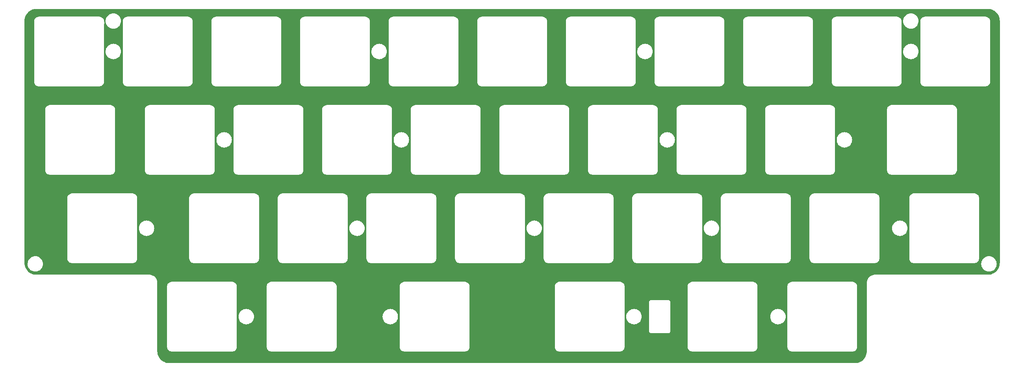
<source format=gbr>
%TF.GenerationSoftware,KiCad,Pcbnew,8.0.9*%
%TF.CreationDate,2026-02-07T17:36:44+01:00*%
%TF.ProjectId,travaulta plate naevies fr4,74726176-6175-46c7-9461-20706c617465,rev?*%
%TF.SameCoordinates,Original*%
%TF.FileFunction,Copper,L1,Top*%
%TF.FilePolarity,Positive*%
%FSLAX46Y46*%
G04 Gerber Fmt 4.6, Leading zero omitted, Abs format (unit mm)*
G04 Created by KiCad (PCBNEW 8.0.9) date 2026-02-07 17:36:44*
%MOMM*%
%LPD*%
G01*
G04 APERTURE LIST*
G04 APERTURE END LIST*
%TA.AperFunction,Conductor*%
%TO.N,GND*%
G36*
X251478525Y-47975696D02*
G01*
X251758989Y-47991447D01*
X251773025Y-47993028D01*
X252046475Y-48039490D01*
X252060233Y-48042630D01*
X252326771Y-48119418D01*
X252340091Y-48124079D01*
X252547321Y-48209916D01*
X252596343Y-48230222D01*
X252609073Y-48236353D01*
X252851820Y-48370514D01*
X252863785Y-48378031D01*
X253089992Y-48538534D01*
X253101039Y-48547344D01*
X253307847Y-48732160D01*
X253317838Y-48742151D01*
X253502654Y-48948959D01*
X253511464Y-48960006D01*
X253671967Y-49186214D01*
X253679484Y-49198178D01*
X253813645Y-49440924D01*
X253819776Y-49453655D01*
X253925915Y-49709897D01*
X253930582Y-49723234D01*
X254007367Y-49989759D01*
X254010511Y-50003534D01*
X254056970Y-50276971D01*
X254058552Y-50291012D01*
X254074302Y-50571455D01*
X254074500Y-50578520D01*
X254074500Y-102671459D01*
X254074302Y-102678524D01*
X254058551Y-102958985D01*
X254056969Y-102973026D01*
X254010510Y-103246465D01*
X254007366Y-103260240D01*
X253930583Y-103526762D01*
X253925916Y-103540099D01*
X253819776Y-103796342D01*
X253813645Y-103809072D01*
X253679484Y-104051819D01*
X253671967Y-104063784D01*
X253511464Y-104289991D01*
X253502654Y-104301037D01*
X253317838Y-104507847D01*
X253307847Y-104517839D01*
X253101035Y-104702657D01*
X253089988Y-104711467D01*
X252863790Y-104871963D01*
X252851825Y-104879480D01*
X252609073Y-105013644D01*
X252596344Y-105019775D01*
X252340100Y-105125916D01*
X252326762Y-105130583D01*
X252060241Y-105207366D01*
X252046466Y-105210510D01*
X251773027Y-105256969D01*
X251758986Y-105258551D01*
X251478544Y-105274301D01*
X251471479Y-105274499D01*
X227126390Y-105274499D01*
X227126374Y-105274500D01*
X227078378Y-105274500D01*
X226917866Y-105297578D01*
X226837608Y-105309117D01*
X226837601Y-105309119D01*
X226604218Y-105377646D01*
X226382954Y-105478694D01*
X226178330Y-105610198D01*
X225994493Y-105769493D01*
X225835202Y-105953324D01*
X225703697Y-106157950D01*
X225602646Y-106379218D01*
X225534118Y-106612603D01*
X225534117Y-106612608D01*
X225502873Y-106829921D01*
X225499500Y-106853379D01*
X225499500Y-121721459D01*
X225499302Y-121728524D01*
X225483551Y-122008985D01*
X225481969Y-122023026D01*
X225435510Y-122296465D01*
X225432366Y-122310240D01*
X225355583Y-122576762D01*
X225350916Y-122590099D01*
X225244776Y-122846342D01*
X225238645Y-122859072D01*
X225104484Y-123101819D01*
X225096967Y-123113784D01*
X224936464Y-123339991D01*
X224927654Y-123351037D01*
X224742838Y-123557847D01*
X224732847Y-123567839D01*
X224526035Y-123752657D01*
X224514988Y-123761467D01*
X224288790Y-123921963D01*
X224276825Y-123929480D01*
X224034073Y-124063644D01*
X224021344Y-124069775D01*
X223765100Y-124175916D01*
X223751762Y-124180583D01*
X223485241Y-124257366D01*
X223471466Y-124260510D01*
X223198027Y-124306969D01*
X223183986Y-124308551D01*
X222903544Y-124324301D01*
X222896479Y-124324499D01*
X75553539Y-124324499D01*
X75546474Y-124324301D01*
X75266013Y-124308550D01*
X75251972Y-124306968D01*
X74978533Y-124260509D01*
X74964758Y-124257365D01*
X74698237Y-124180582D01*
X74684900Y-124175915D01*
X74428656Y-124069775D01*
X74415925Y-124063644D01*
X74173179Y-123929483D01*
X74161215Y-123921966D01*
X73935008Y-123761463D01*
X73923961Y-123752653D01*
X73717152Y-123567837D01*
X73707161Y-123557846D01*
X73522346Y-123351038D01*
X73513536Y-123339991D01*
X73353033Y-123113783D01*
X73345516Y-123101819D01*
X73211355Y-122859073D01*
X73205224Y-122846342D01*
X73185930Y-122799764D01*
X73099081Y-122590089D01*
X73094420Y-122576769D01*
X73017632Y-122310232D01*
X73014492Y-122296474D01*
X72968030Y-122023024D01*
X72966449Y-122008985D01*
X72954201Y-121790894D01*
X72950697Y-121728505D01*
X72950500Y-121721443D01*
X72950500Y-107712468D01*
X75049500Y-107712468D01*
X75049500Y-107734108D01*
X75049500Y-120865892D01*
X75049501Y-120865895D01*
X75050578Y-120874075D01*
X75050487Y-120874086D01*
X75051973Y-120882511D01*
X75052312Y-120886390D01*
X75052313Y-120886395D01*
X75052313Y-120886397D01*
X75052513Y-120887530D01*
X75082704Y-121058794D01*
X75142567Y-121223291D01*
X75142571Y-121223300D01*
X75230093Y-121374907D01*
X75342610Y-121509014D01*
X75476703Y-121621545D01*
X75478700Y-121622698D01*
X75628307Y-121709085D01*
X75792803Y-121768968D01*
X75792807Y-121768968D01*
X75792808Y-121768969D01*
X75792807Y-121768969D01*
X75965197Y-121799378D01*
X75965199Y-121799378D01*
X75967333Y-121799378D01*
X75983784Y-121800457D01*
X75984106Y-121800499D01*
X75984108Y-121800500D01*
X75984110Y-121800500D01*
X89137531Y-121800500D01*
X89137532Y-121800500D01*
X89309938Y-121770101D01*
X89474445Y-121710225D01*
X89626055Y-121622692D01*
X89760163Y-121510163D01*
X89872692Y-121376055D01*
X89960225Y-121224445D01*
X90020101Y-121059938D01*
X90050500Y-120887532D01*
X90050500Y-120800000D01*
X90050500Y-120734108D01*
X90050500Y-114300000D01*
X90419396Y-114300000D01*
X90439779Y-114558994D01*
X90500427Y-114811610D01*
X90599846Y-115051628D01*
X90599847Y-115051629D01*
X90735585Y-115273136D01*
X90735590Y-115273143D01*
X90904310Y-115470689D01*
X91101856Y-115639409D01*
X91101860Y-115639412D01*
X91323372Y-115775154D01*
X91563390Y-115874573D01*
X91816006Y-115935221D01*
X92075000Y-115955604D01*
X92333994Y-115935221D01*
X92586610Y-115874573D01*
X92826628Y-115775154D01*
X93048140Y-115639412D01*
X93245689Y-115470689D01*
X93414412Y-115273140D01*
X93550154Y-115051628D01*
X93649573Y-114811610D01*
X93710221Y-114558994D01*
X93730604Y-114300000D01*
X93710221Y-114041006D01*
X93649573Y-113788390D01*
X93550154Y-113548372D01*
X93414412Y-113326860D01*
X93414409Y-113326856D01*
X93245689Y-113129310D01*
X93048143Y-112960590D01*
X93048136Y-112960585D01*
X92918260Y-112880998D01*
X92826628Y-112824846D01*
X92586610Y-112725427D01*
X92333994Y-112664779D01*
X92075000Y-112644396D01*
X91816006Y-112664779D01*
X91563389Y-112725427D01*
X91323370Y-112824847D01*
X91101863Y-112960585D01*
X91101856Y-112960590D01*
X90904310Y-113129310D01*
X90735590Y-113326856D01*
X90735585Y-113326863D01*
X90599847Y-113548370D01*
X90500427Y-113788389D01*
X90450065Y-113998162D01*
X90439779Y-114041006D01*
X90419396Y-114300000D01*
X90050500Y-114300000D01*
X90050500Y-107734108D01*
X90050500Y-107712474D01*
X96480749Y-107712474D01*
X96480750Y-107766373D01*
X96480750Y-120865891D01*
X96481828Y-120874082D01*
X96481714Y-120874096D01*
X96483148Y-120882232D01*
X96483513Y-120886405D01*
X96513907Y-121058807D01*
X96513911Y-121058822D01*
X96573780Y-121223318D01*
X96573782Y-121223323D01*
X96574429Y-121224443D01*
X96661316Y-121374939D01*
X96661318Y-121374941D01*
X96661319Y-121374943D01*
X96773839Y-121509042D01*
X96773844Y-121509046D01*
X96773847Y-121509050D01*
X96823721Y-121550899D01*
X96907951Y-121621577D01*
X96907956Y-121621581D01*
X96948576Y-121645033D01*
X97059572Y-121709115D01*
X97224084Y-121768990D01*
X97224088Y-121768990D01*
X97224089Y-121768991D01*
X97230533Y-121770127D01*
X97396494Y-121799386D01*
X97398630Y-121799385D01*
X97415096Y-121800465D01*
X97415354Y-121800498D01*
X97415358Y-121800500D01*
X110407062Y-121800500D01*
X110407182Y-121800507D01*
X110415405Y-121800506D01*
X110415408Y-121800507D01*
X110429051Y-121800505D01*
X110429220Y-121800554D01*
X110481300Y-121800549D01*
X110481300Y-121800550D01*
X110568831Y-121800542D01*
X110741231Y-121770127D01*
X110905732Y-121710240D01*
X110905738Y-121710236D01*
X110905743Y-121710234D01*
X111057332Y-121622699D01*
X111057331Y-121622699D01*
X111057334Y-121622698D01*
X111191434Y-121510163D01*
X111303956Y-121376052D01*
X111391482Y-121224441D01*
X111451353Y-121059934D01*
X111481751Y-120887531D01*
X111481750Y-120800000D01*
X111481750Y-120734108D01*
X111481750Y-114300000D01*
X121375646Y-114300000D01*
X121396029Y-114558994D01*
X121456677Y-114811610D01*
X121556096Y-115051628D01*
X121556097Y-115051629D01*
X121691835Y-115273136D01*
X121691840Y-115273143D01*
X121860560Y-115470689D01*
X122058106Y-115639409D01*
X122058110Y-115639412D01*
X122279622Y-115775154D01*
X122519640Y-115874573D01*
X122772256Y-115935221D01*
X123031250Y-115955604D01*
X123290244Y-115935221D01*
X123542860Y-115874573D01*
X123782878Y-115775154D01*
X124004390Y-115639412D01*
X124201939Y-115470689D01*
X124370662Y-115273140D01*
X124506404Y-115051628D01*
X124605823Y-114811610D01*
X124666471Y-114558994D01*
X124686854Y-114300000D01*
X124666471Y-114041006D01*
X124605823Y-113788390D01*
X124506404Y-113548372D01*
X124370662Y-113326860D01*
X124370659Y-113326856D01*
X124201939Y-113129310D01*
X124004393Y-112960590D01*
X124004386Y-112960585D01*
X123874510Y-112880998D01*
X123782878Y-112824846D01*
X123542860Y-112725427D01*
X123290244Y-112664779D01*
X123031250Y-112644396D01*
X122772256Y-112664779D01*
X122519639Y-112725427D01*
X122279620Y-112824847D01*
X122058113Y-112960585D01*
X122058106Y-112960590D01*
X121860560Y-113129310D01*
X121691840Y-113326856D01*
X121691835Y-113326863D01*
X121556097Y-113548370D01*
X121456677Y-113788389D01*
X121406315Y-113998162D01*
X121396029Y-114041006D01*
X121375646Y-114300000D01*
X111481750Y-114300000D01*
X111481750Y-107734108D01*
X111481750Y-107726107D01*
X111481700Y-107725358D01*
X111481701Y-107712474D01*
X125055749Y-107712474D01*
X125055750Y-107766373D01*
X125055750Y-120865891D01*
X125056828Y-120874082D01*
X125056714Y-120874096D01*
X125058148Y-120882232D01*
X125058513Y-120886405D01*
X125088907Y-121058807D01*
X125088911Y-121058822D01*
X125148780Y-121223318D01*
X125148782Y-121223323D01*
X125149429Y-121224443D01*
X125236316Y-121374939D01*
X125236318Y-121374941D01*
X125236319Y-121374943D01*
X125348839Y-121509042D01*
X125348844Y-121509046D01*
X125348847Y-121509050D01*
X125398721Y-121550899D01*
X125482951Y-121621577D01*
X125482956Y-121621581D01*
X125523576Y-121645033D01*
X125634572Y-121709115D01*
X125799084Y-121768990D01*
X125799088Y-121768990D01*
X125799089Y-121768991D01*
X125805533Y-121770127D01*
X125971494Y-121799386D01*
X125973630Y-121799385D01*
X125990096Y-121800465D01*
X125990354Y-121800498D01*
X125990358Y-121800500D01*
X138982062Y-121800500D01*
X138982182Y-121800507D01*
X138990405Y-121800506D01*
X138990408Y-121800507D01*
X139004051Y-121800505D01*
X139004220Y-121800554D01*
X139056300Y-121800549D01*
X139056300Y-121800550D01*
X139143831Y-121800542D01*
X139316231Y-121770127D01*
X139480732Y-121710240D01*
X139480738Y-121710236D01*
X139480743Y-121710234D01*
X139632332Y-121622699D01*
X139632331Y-121622699D01*
X139632334Y-121622698D01*
X139766434Y-121510163D01*
X139878956Y-121376052D01*
X139966482Y-121224441D01*
X140026353Y-121059934D01*
X140056751Y-120887531D01*
X140056750Y-120800000D01*
X140056750Y-120734108D01*
X140056750Y-107734108D01*
X140056750Y-107726107D01*
X140056700Y-107725358D01*
X140056701Y-107712474D01*
X158393249Y-107712474D01*
X158393250Y-107766373D01*
X158393250Y-120865891D01*
X158394328Y-120874082D01*
X158394214Y-120874096D01*
X158395648Y-120882232D01*
X158396013Y-120886405D01*
X158426407Y-121058807D01*
X158426411Y-121058822D01*
X158486280Y-121223318D01*
X158486282Y-121223323D01*
X158486929Y-121224443D01*
X158573816Y-121374939D01*
X158573818Y-121374941D01*
X158573819Y-121374943D01*
X158686339Y-121509042D01*
X158686344Y-121509046D01*
X158686347Y-121509050D01*
X158736221Y-121550899D01*
X158820451Y-121621577D01*
X158820456Y-121621581D01*
X158861076Y-121645033D01*
X158972072Y-121709115D01*
X159136584Y-121768990D01*
X159136588Y-121768990D01*
X159136589Y-121768991D01*
X159143033Y-121770127D01*
X159308994Y-121799386D01*
X159311130Y-121799385D01*
X159327596Y-121800465D01*
X159327854Y-121800498D01*
X159327858Y-121800500D01*
X172319562Y-121800500D01*
X172319682Y-121800507D01*
X172327905Y-121800506D01*
X172327908Y-121800507D01*
X172341551Y-121800505D01*
X172341720Y-121800554D01*
X172393800Y-121800549D01*
X172393800Y-121800550D01*
X172481331Y-121800542D01*
X172653731Y-121770127D01*
X172818232Y-121710240D01*
X172818238Y-121710236D01*
X172818243Y-121710234D01*
X172969832Y-121622699D01*
X172969831Y-121622699D01*
X172969834Y-121622698D01*
X173103934Y-121510163D01*
X173216456Y-121376052D01*
X173303982Y-121224441D01*
X173363853Y-121059934D01*
X173394251Y-120887531D01*
X173394250Y-120800000D01*
X173394250Y-120734108D01*
X173394250Y-114300000D01*
X173763146Y-114300000D01*
X173783529Y-114558994D01*
X173844177Y-114811610D01*
X173943596Y-115051628D01*
X173943597Y-115051629D01*
X174079335Y-115273136D01*
X174079340Y-115273143D01*
X174248060Y-115470689D01*
X174445606Y-115639409D01*
X174445610Y-115639412D01*
X174667122Y-115775154D01*
X174907140Y-115874573D01*
X175159756Y-115935221D01*
X175418750Y-115955604D01*
X175677744Y-115935221D01*
X175930360Y-115874573D01*
X176170378Y-115775154D01*
X176391890Y-115639412D01*
X176589439Y-115470689D01*
X176758162Y-115273140D01*
X176893904Y-115051628D01*
X176993323Y-114811610D01*
X177053971Y-114558994D01*
X177074354Y-114300000D01*
X177053971Y-114041006D01*
X176993323Y-113788390D01*
X176893904Y-113548372D01*
X176758162Y-113326860D01*
X176758159Y-113326856D01*
X176589439Y-113129310D01*
X176391893Y-112960590D01*
X176391886Y-112960585D01*
X176262010Y-112880998D01*
X176170378Y-112824846D01*
X175930360Y-112725427D01*
X175677744Y-112664779D01*
X175418750Y-112644396D01*
X175159756Y-112664779D01*
X174907139Y-112725427D01*
X174667120Y-112824847D01*
X174445613Y-112960585D01*
X174445606Y-112960590D01*
X174248060Y-113129310D01*
X174079340Y-113326856D01*
X174079335Y-113326863D01*
X173943597Y-113548370D01*
X173844177Y-113788389D01*
X173793815Y-113998162D01*
X173783529Y-114041006D01*
X173763146Y-114300000D01*
X173394250Y-114300000D01*
X173394250Y-111149535D01*
X178667661Y-111149535D01*
X178667661Y-117424066D01*
X178692628Y-117517247D01*
X178701768Y-117551357D01*
X178701771Y-117551364D01*
X178767658Y-117665484D01*
X178767666Y-117665494D01*
X178860840Y-117758668D01*
X178860845Y-117758672D01*
X178860847Y-117758674D01*
X178974975Y-117824566D01*
X179102269Y-117858674D01*
X179102271Y-117858674D01*
X182829282Y-117858674D01*
X182829284Y-117858674D01*
X182956578Y-117824566D01*
X183070706Y-117758674D01*
X183163892Y-117665488D01*
X183229784Y-117551360D01*
X183263892Y-117424066D01*
X183263892Y-111149535D01*
X183229784Y-111022241D01*
X183163892Y-110908113D01*
X183163890Y-110908111D01*
X183163886Y-110908106D01*
X183070712Y-110814932D01*
X183070702Y-110814924D01*
X182956582Y-110749037D01*
X182956579Y-110749036D01*
X182956578Y-110749035D01*
X182956576Y-110749034D01*
X182956575Y-110749034D01*
X182922465Y-110739894D01*
X182829284Y-110714927D01*
X179234053Y-110714927D01*
X179102269Y-110714927D01*
X179034055Y-110733204D01*
X178974977Y-110749034D01*
X178974970Y-110749037D01*
X178860850Y-110814924D01*
X178860840Y-110814932D01*
X178767666Y-110908106D01*
X178767658Y-110908116D01*
X178701771Y-111022236D01*
X178701769Y-111022241D01*
X178667661Y-111149535D01*
X173394250Y-111149535D01*
X173394250Y-107734108D01*
X173394250Y-107726107D01*
X173394200Y-107725358D01*
X173394201Y-107712474D01*
X186968249Y-107712474D01*
X186968250Y-107766373D01*
X186968250Y-120865891D01*
X186969328Y-120874082D01*
X186969214Y-120874096D01*
X186970648Y-120882232D01*
X186971013Y-120886405D01*
X187001407Y-121058807D01*
X187001411Y-121058822D01*
X187061280Y-121223318D01*
X187061282Y-121223323D01*
X187061929Y-121224443D01*
X187148816Y-121374939D01*
X187148818Y-121374941D01*
X187148819Y-121374943D01*
X187261339Y-121509042D01*
X187261344Y-121509046D01*
X187261347Y-121509050D01*
X187311221Y-121550899D01*
X187395451Y-121621577D01*
X187395456Y-121621581D01*
X187436076Y-121645033D01*
X187547072Y-121709115D01*
X187711584Y-121768990D01*
X187711588Y-121768990D01*
X187711589Y-121768991D01*
X187718033Y-121770127D01*
X187883994Y-121799386D01*
X187886130Y-121799385D01*
X187902596Y-121800465D01*
X187902854Y-121800498D01*
X187902858Y-121800500D01*
X200894562Y-121800500D01*
X200894682Y-121800507D01*
X200902905Y-121800506D01*
X200902908Y-121800507D01*
X200916551Y-121800505D01*
X200916720Y-121800554D01*
X200968800Y-121800549D01*
X200968800Y-121800550D01*
X201056331Y-121800542D01*
X201228731Y-121770127D01*
X201393232Y-121710240D01*
X201393238Y-121710236D01*
X201393243Y-121710234D01*
X201544832Y-121622699D01*
X201544831Y-121622699D01*
X201544834Y-121622698D01*
X201678934Y-121510163D01*
X201791456Y-121376052D01*
X201878982Y-121224441D01*
X201938853Y-121059934D01*
X201969251Y-120887531D01*
X201969250Y-120800000D01*
X201969250Y-120734108D01*
X201969250Y-114300000D01*
X204719396Y-114300000D01*
X204739779Y-114558994D01*
X204800427Y-114811610D01*
X204899846Y-115051628D01*
X204899847Y-115051629D01*
X205035585Y-115273136D01*
X205035590Y-115273143D01*
X205204310Y-115470689D01*
X205401856Y-115639409D01*
X205401860Y-115639412D01*
X205623372Y-115775154D01*
X205863390Y-115874573D01*
X206116006Y-115935221D01*
X206375000Y-115955604D01*
X206633994Y-115935221D01*
X206886610Y-115874573D01*
X207126628Y-115775154D01*
X207348140Y-115639412D01*
X207545689Y-115470689D01*
X207714412Y-115273140D01*
X207850154Y-115051628D01*
X207949573Y-114811610D01*
X208010221Y-114558994D01*
X208030604Y-114300000D01*
X208010221Y-114041006D01*
X207949573Y-113788390D01*
X207850154Y-113548372D01*
X207714412Y-113326860D01*
X207714409Y-113326856D01*
X207545689Y-113129310D01*
X207348143Y-112960590D01*
X207348136Y-112960585D01*
X207218260Y-112880998D01*
X207126628Y-112824846D01*
X206886610Y-112725427D01*
X206633994Y-112664779D01*
X206375000Y-112644396D01*
X206116006Y-112664779D01*
X205863389Y-112725427D01*
X205623370Y-112824847D01*
X205401863Y-112960585D01*
X205401856Y-112960590D01*
X205204310Y-113129310D01*
X205035590Y-113326856D01*
X205035585Y-113326863D01*
X204899847Y-113548370D01*
X204800427Y-113788389D01*
X204750065Y-113998162D01*
X204739779Y-114041006D01*
X204719396Y-114300000D01*
X201969250Y-114300000D01*
X201969250Y-107734108D01*
X201969250Y-107726107D01*
X201969200Y-107725358D01*
X201969201Y-107712473D01*
X201969200Y-107712468D01*
X208399500Y-107712468D01*
X208399500Y-107734108D01*
X208399500Y-120865892D01*
X208399501Y-120865895D01*
X208400578Y-120874075D01*
X208400487Y-120874086D01*
X208401973Y-120882511D01*
X208402312Y-120886390D01*
X208402313Y-120886395D01*
X208402313Y-120886397D01*
X208402513Y-120887530D01*
X208432704Y-121058794D01*
X208492567Y-121223291D01*
X208492571Y-121223300D01*
X208580093Y-121374907D01*
X208692610Y-121509014D01*
X208826703Y-121621545D01*
X208828700Y-121622698D01*
X208978307Y-121709085D01*
X209142803Y-121768968D01*
X209142807Y-121768968D01*
X209142808Y-121768969D01*
X209142807Y-121768969D01*
X209315197Y-121799378D01*
X209315199Y-121799378D01*
X209317333Y-121799378D01*
X209333784Y-121800457D01*
X209334106Y-121800499D01*
X209334108Y-121800500D01*
X209334110Y-121800500D01*
X222487531Y-121800500D01*
X222487532Y-121800500D01*
X222659938Y-121770101D01*
X222824445Y-121710225D01*
X222976055Y-121622692D01*
X223110163Y-121510163D01*
X223222692Y-121376055D01*
X223310225Y-121224445D01*
X223370101Y-121059938D01*
X223400500Y-120887532D01*
X223400500Y-120800000D01*
X223400500Y-120734108D01*
X223400500Y-107734108D01*
X223400500Y-107712468D01*
X223370101Y-107540062D01*
X223310225Y-107375555D01*
X223222692Y-107223945D01*
X223110163Y-107089837D01*
X222976055Y-106977308D01*
X222824445Y-106889775D01*
X222824444Y-106889774D01*
X222824443Y-106889774D01*
X222824441Y-106889773D01*
X222659937Y-106829898D01*
X222517930Y-106804859D01*
X222487532Y-106799500D01*
X222465892Y-106799500D01*
X209465892Y-106799500D01*
X209400000Y-106799500D01*
X209312468Y-106799500D01*
X209282070Y-106804859D01*
X209140063Y-106829898D01*
X209140061Y-106829898D01*
X208975558Y-106889773D01*
X208975556Y-106889774D01*
X208975501Y-106889806D01*
X208823956Y-106977302D01*
X208823940Y-106977311D01*
X208689837Y-107089837D01*
X208577311Y-107223940D01*
X208489774Y-107375556D01*
X208489773Y-107375558D01*
X208429898Y-107540061D01*
X208429898Y-107540063D01*
X208399501Y-107712463D01*
X208399500Y-107712468D01*
X201969200Y-107712468D01*
X201938805Y-107540079D01*
X201938800Y-107540066D01*
X201878936Y-107375577D01*
X201791418Y-107223982D01*
X201791417Y-107223981D01*
X201791415Y-107223977D01*
X201678898Y-107089873D01*
X201678896Y-107089871D01*
X201678895Y-107089870D01*
X201544807Y-106977344D01*
X201544806Y-106977343D01*
X201480749Y-106940353D01*
X201393212Y-106889806D01*
X201228721Y-106829921D01*
X201056328Y-106799508D01*
X201043072Y-106799506D01*
X201042970Y-106799500D01*
X201034642Y-106799500D01*
X200968800Y-106799500D01*
X200968736Y-106799499D01*
X200894682Y-106799492D01*
X200894562Y-106799500D01*
X188042938Y-106799500D01*
X188042817Y-106799492D01*
X188020943Y-106799494D01*
X188020776Y-106799445D01*
X187881165Y-106799458D01*
X187708766Y-106829873D01*
X187544268Y-106889759D01*
X187544256Y-106889765D01*
X187392667Y-106977300D01*
X187392663Y-106977303D01*
X187258571Y-107089832D01*
X187258565Y-107089837D01*
X187146045Y-107223945D01*
X187058517Y-107375559D01*
X186998647Y-107540062D01*
X186998647Y-107540064D01*
X186968250Y-107712463D01*
X186968250Y-107712468D01*
X186968249Y-107712474D01*
X173394201Y-107712474D01*
X173394201Y-107712473D01*
X173363805Y-107540079D01*
X173363800Y-107540066D01*
X173303936Y-107375577D01*
X173216418Y-107223982D01*
X173216417Y-107223981D01*
X173216415Y-107223977D01*
X173103898Y-107089873D01*
X173103896Y-107089871D01*
X173103895Y-107089870D01*
X172969807Y-106977344D01*
X172969806Y-106977343D01*
X172905749Y-106940353D01*
X172818212Y-106889806D01*
X172653721Y-106829921D01*
X172481328Y-106799508D01*
X172468072Y-106799506D01*
X172467970Y-106799500D01*
X172459642Y-106799500D01*
X172393800Y-106799500D01*
X172393736Y-106799499D01*
X172319682Y-106799492D01*
X172319562Y-106799500D01*
X159467938Y-106799500D01*
X159467817Y-106799492D01*
X159445943Y-106799494D01*
X159445776Y-106799445D01*
X159306165Y-106799458D01*
X159133766Y-106829873D01*
X158969268Y-106889759D01*
X158969256Y-106889765D01*
X158817667Y-106977300D01*
X158817663Y-106977303D01*
X158683571Y-107089832D01*
X158683565Y-107089837D01*
X158571045Y-107223945D01*
X158483517Y-107375559D01*
X158423647Y-107540062D01*
X158423647Y-107540064D01*
X158393250Y-107712463D01*
X158393250Y-107712468D01*
X158393249Y-107712474D01*
X140056701Y-107712474D01*
X140056701Y-107712473D01*
X140026305Y-107540079D01*
X140026300Y-107540066D01*
X139966436Y-107375577D01*
X139878918Y-107223982D01*
X139878917Y-107223981D01*
X139878915Y-107223977D01*
X139766398Y-107089873D01*
X139766396Y-107089871D01*
X139766395Y-107089870D01*
X139632307Y-106977344D01*
X139632306Y-106977343D01*
X139568249Y-106940353D01*
X139480712Y-106889806D01*
X139316221Y-106829921D01*
X139143828Y-106799508D01*
X139130572Y-106799506D01*
X139130470Y-106799500D01*
X139122142Y-106799500D01*
X139056300Y-106799500D01*
X139056236Y-106799499D01*
X138982182Y-106799492D01*
X138982062Y-106799500D01*
X126130438Y-106799500D01*
X126130317Y-106799492D01*
X126108443Y-106799494D01*
X126108276Y-106799445D01*
X125968665Y-106799458D01*
X125796266Y-106829873D01*
X125631768Y-106889759D01*
X125631756Y-106889765D01*
X125480167Y-106977300D01*
X125480163Y-106977303D01*
X125346071Y-107089832D01*
X125346065Y-107089837D01*
X125233545Y-107223945D01*
X125146017Y-107375559D01*
X125086147Y-107540062D01*
X125086147Y-107540064D01*
X125055750Y-107712463D01*
X125055750Y-107712468D01*
X125055749Y-107712474D01*
X111481701Y-107712474D01*
X111481701Y-107712473D01*
X111451305Y-107540079D01*
X111451300Y-107540066D01*
X111391436Y-107375577D01*
X111303918Y-107223982D01*
X111303917Y-107223981D01*
X111303915Y-107223977D01*
X111191398Y-107089873D01*
X111191396Y-107089871D01*
X111191395Y-107089870D01*
X111057307Y-106977344D01*
X111057306Y-106977343D01*
X110993249Y-106940353D01*
X110905712Y-106889806D01*
X110741221Y-106829921D01*
X110568828Y-106799508D01*
X110555572Y-106799506D01*
X110555470Y-106799500D01*
X110547142Y-106799500D01*
X110481300Y-106799500D01*
X110481236Y-106799499D01*
X110407182Y-106799492D01*
X110407062Y-106799500D01*
X97555438Y-106799500D01*
X97555317Y-106799492D01*
X97533443Y-106799494D01*
X97533276Y-106799445D01*
X97393665Y-106799458D01*
X97221266Y-106829873D01*
X97056768Y-106889759D01*
X97056756Y-106889765D01*
X96905167Y-106977300D01*
X96905163Y-106977303D01*
X96771071Y-107089832D01*
X96771065Y-107089837D01*
X96658545Y-107223945D01*
X96571017Y-107375559D01*
X96511147Y-107540062D01*
X96511147Y-107540064D01*
X96480750Y-107712463D01*
X96480750Y-107712468D01*
X96480749Y-107712474D01*
X90050500Y-107712474D01*
X90050500Y-107712468D01*
X90020101Y-107540062D01*
X89960225Y-107375555D01*
X89872692Y-107223945D01*
X89760163Y-107089837D01*
X89626055Y-106977308D01*
X89474445Y-106889775D01*
X89474444Y-106889774D01*
X89474443Y-106889774D01*
X89474441Y-106889773D01*
X89309937Y-106829898D01*
X89167930Y-106804859D01*
X89137532Y-106799500D01*
X89115892Y-106799500D01*
X76115892Y-106799500D01*
X76050000Y-106799500D01*
X75962468Y-106799500D01*
X75932070Y-106804859D01*
X75790063Y-106829898D01*
X75790061Y-106829898D01*
X75625558Y-106889773D01*
X75625556Y-106889774D01*
X75625501Y-106889806D01*
X75473956Y-106977302D01*
X75473940Y-106977311D01*
X75339837Y-107089837D01*
X75227311Y-107223940D01*
X75139774Y-107375556D01*
X75139773Y-107375558D01*
X75079898Y-107540061D01*
X75079898Y-107540063D01*
X75049501Y-107712463D01*
X75049500Y-107712468D01*
X72950500Y-107712468D01*
X72950500Y-107027191D01*
X72950501Y-107027187D01*
X72950501Y-106853379D01*
X72948367Y-106838534D01*
X72915884Y-106612608D01*
X72847354Y-106379217D01*
X72746306Y-106157954D01*
X72614798Y-105953324D01*
X72455507Y-105769492D01*
X72271675Y-105610201D01*
X72271673Y-105610200D01*
X72271670Y-105610197D01*
X72067046Y-105478693D01*
X71845783Y-105377646D01*
X71612395Y-105309117D01*
X71612393Y-105309116D01*
X71612391Y-105309116D01*
X71371622Y-105274499D01*
X71371618Y-105274499D01*
X46978539Y-105274499D01*
X46971474Y-105274301D01*
X46691013Y-105258550D01*
X46676972Y-105256968D01*
X46403533Y-105210509D01*
X46389758Y-105207365D01*
X46123237Y-105130582D01*
X46109900Y-105125915D01*
X45853656Y-105019775D01*
X45840925Y-105013644D01*
X45598179Y-104879483D01*
X45586215Y-104871966D01*
X45360008Y-104711463D01*
X45348961Y-104702653D01*
X45142152Y-104517837D01*
X45132161Y-104507846D01*
X44947346Y-104301038D01*
X44938536Y-104289991D01*
X44778033Y-104063783D01*
X44770516Y-104051819D01*
X44636355Y-103809073D01*
X44630224Y-103796342D01*
X44540100Y-103578763D01*
X44524081Y-103540089D01*
X44519420Y-103526769D01*
X44442632Y-103260232D01*
X44439492Y-103246474D01*
X44393030Y-102973024D01*
X44391449Y-102958985D01*
X44390046Y-102933999D01*
X45060396Y-102933999D01*
X45080779Y-103192993D01*
X45141427Y-103445609D01*
X45240846Y-103685627D01*
X45240847Y-103685628D01*
X45376585Y-103907135D01*
X45376590Y-103907142D01*
X45545310Y-104104688D01*
X45675954Y-104216268D01*
X45742860Y-104273411D01*
X45964372Y-104409153D01*
X46204390Y-104508572D01*
X46457006Y-104569220D01*
X46716000Y-104589603D01*
X46974994Y-104569220D01*
X47227610Y-104508572D01*
X47467628Y-104409153D01*
X47689140Y-104273411D01*
X47886689Y-104104688D01*
X48055412Y-103907139D01*
X48191154Y-103685627D01*
X48290573Y-103445609D01*
X48351221Y-103192993D01*
X48371604Y-102933999D01*
X250078771Y-102933999D01*
X250099154Y-103192993D01*
X250159802Y-103445609D01*
X250259221Y-103685627D01*
X250259222Y-103685628D01*
X250394960Y-103907135D01*
X250394965Y-103907142D01*
X250563685Y-104104688D01*
X250694329Y-104216268D01*
X250761235Y-104273411D01*
X250982747Y-104409153D01*
X251222765Y-104508572D01*
X251475381Y-104569220D01*
X251734375Y-104589603D01*
X251993369Y-104569220D01*
X252245985Y-104508572D01*
X252486003Y-104409153D01*
X252707515Y-104273411D01*
X252905064Y-104104688D01*
X253073787Y-103907139D01*
X253209529Y-103685627D01*
X253308948Y-103445609D01*
X253369596Y-103192993D01*
X253389979Y-102933999D01*
X253369596Y-102675005D01*
X253308948Y-102422389D01*
X253209529Y-102182371D01*
X253073787Y-101960859D01*
X252968455Y-101837531D01*
X252905064Y-101763309D01*
X252707518Y-101594589D01*
X252707511Y-101594584D01*
X252577635Y-101514997D01*
X252486003Y-101458845D01*
X252245985Y-101359426D01*
X251993369Y-101298778D01*
X251734375Y-101278395D01*
X251475381Y-101298778D01*
X251222764Y-101359426D01*
X250982745Y-101458846D01*
X250761238Y-101594584D01*
X250761231Y-101594589D01*
X250563685Y-101763309D01*
X250394965Y-101960855D01*
X250394960Y-101960862D01*
X250259222Y-102182369D01*
X250159802Y-102422388D01*
X250123993Y-102571545D01*
X250099154Y-102675005D01*
X250078771Y-102933999D01*
X48371604Y-102933999D01*
X48351221Y-102675005D01*
X48290573Y-102422389D01*
X48191154Y-102182371D01*
X48055412Y-101960859D01*
X47950080Y-101837531D01*
X47886689Y-101763309D01*
X47689143Y-101594589D01*
X47689136Y-101594584D01*
X47559260Y-101514997D01*
X47467628Y-101458845D01*
X47227610Y-101359426D01*
X46974994Y-101298778D01*
X46716000Y-101278395D01*
X46457006Y-101298778D01*
X46204389Y-101359426D01*
X45964370Y-101458846D01*
X45742863Y-101594584D01*
X45742856Y-101594589D01*
X45545310Y-101763309D01*
X45376590Y-101960855D01*
X45376585Y-101960862D01*
X45240847Y-102182369D01*
X45141427Y-102422388D01*
X45105618Y-102571545D01*
X45080779Y-102675005D01*
X45060396Y-102933999D01*
X44390046Y-102933999D01*
X44379201Y-102740894D01*
X44375697Y-102678505D01*
X44375500Y-102671443D01*
X44375500Y-88662474D01*
X53618249Y-88662474D01*
X53618250Y-88716373D01*
X53618250Y-101815891D01*
X53619328Y-101824082D01*
X53619214Y-101824096D01*
X53620648Y-101832232D01*
X53621013Y-101836405D01*
X53651407Y-102008807D01*
X53651411Y-102008822D01*
X53711280Y-102173318D01*
X53711282Y-102173323D01*
X53711929Y-102174443D01*
X53798816Y-102324939D01*
X53798818Y-102324941D01*
X53798819Y-102324943D01*
X53911339Y-102459042D01*
X53911344Y-102459046D01*
X53911347Y-102459050D01*
X53961221Y-102500899D01*
X54045451Y-102571577D01*
X54045456Y-102571581D01*
X54086076Y-102595033D01*
X54197072Y-102659115D01*
X54361584Y-102718990D01*
X54361588Y-102718990D01*
X54361589Y-102718991D01*
X54368033Y-102720127D01*
X54533994Y-102749386D01*
X54536130Y-102749385D01*
X54552596Y-102750465D01*
X54552854Y-102750498D01*
X54552858Y-102750500D01*
X67544562Y-102750500D01*
X67544682Y-102750507D01*
X67552905Y-102750506D01*
X67552908Y-102750507D01*
X67566551Y-102750505D01*
X67566720Y-102750554D01*
X67618800Y-102750549D01*
X67618800Y-102750550D01*
X67706331Y-102750542D01*
X67878731Y-102720127D01*
X68043232Y-102660240D01*
X68043238Y-102660236D01*
X68043243Y-102660234D01*
X68194832Y-102572699D01*
X68194831Y-102572699D01*
X68194834Y-102572698D01*
X68328934Y-102460163D01*
X68441456Y-102326052D01*
X68528982Y-102174441D01*
X68588853Y-102009934D01*
X68619251Y-101837531D01*
X68619250Y-101750000D01*
X68619250Y-101684108D01*
X68619250Y-95250000D01*
X68988146Y-95250000D01*
X69008529Y-95508994D01*
X69069177Y-95761610D01*
X69168596Y-96001628D01*
X69168597Y-96001629D01*
X69304335Y-96223136D01*
X69304340Y-96223143D01*
X69473060Y-96420689D01*
X69670606Y-96589409D01*
X69670610Y-96589412D01*
X69892122Y-96725154D01*
X70132140Y-96824573D01*
X70384756Y-96885221D01*
X70643750Y-96905604D01*
X70902744Y-96885221D01*
X71155360Y-96824573D01*
X71395378Y-96725154D01*
X71616890Y-96589412D01*
X71814439Y-96420689D01*
X71983162Y-96223140D01*
X72118904Y-96001628D01*
X72218323Y-95761610D01*
X72278971Y-95508994D01*
X72299354Y-95250000D01*
X72278971Y-94991006D01*
X72218323Y-94738390D01*
X72118904Y-94498372D01*
X71983162Y-94276860D01*
X71983159Y-94276856D01*
X71814439Y-94079310D01*
X71616893Y-93910590D01*
X71616886Y-93910585D01*
X71487010Y-93830998D01*
X71395378Y-93774846D01*
X71155360Y-93675427D01*
X70902744Y-93614779D01*
X70643750Y-93594396D01*
X70384756Y-93614779D01*
X70132139Y-93675427D01*
X69892120Y-93774847D01*
X69670613Y-93910585D01*
X69670606Y-93910590D01*
X69473060Y-94079310D01*
X69304340Y-94276856D01*
X69304335Y-94276863D01*
X69168597Y-94498370D01*
X69069177Y-94738389D01*
X69018815Y-94948162D01*
X69008529Y-94991006D01*
X68988146Y-95250000D01*
X68619250Y-95250000D01*
X68619250Y-88684108D01*
X68619250Y-88676107D01*
X68619200Y-88675358D01*
X68619201Y-88662473D01*
X68619200Y-88662468D01*
X79812000Y-88662468D01*
X79812000Y-88684108D01*
X79812000Y-101815892D01*
X79812001Y-101815895D01*
X79813078Y-101824075D01*
X79812987Y-101824086D01*
X79814473Y-101832511D01*
X79814812Y-101836390D01*
X79814813Y-101836395D01*
X79814813Y-101836397D01*
X79815013Y-101837530D01*
X79845204Y-102008794D01*
X79905067Y-102173291D01*
X79905071Y-102173300D01*
X79992593Y-102324907D01*
X80105110Y-102459014D01*
X80239203Y-102571545D01*
X80241200Y-102572698D01*
X80390807Y-102659085D01*
X80555303Y-102718968D01*
X80555307Y-102718968D01*
X80555308Y-102718969D01*
X80555307Y-102718969D01*
X80727697Y-102749378D01*
X80727699Y-102749378D01*
X80729833Y-102749378D01*
X80746284Y-102750457D01*
X80746606Y-102750499D01*
X80746608Y-102750500D01*
X80746610Y-102750500D01*
X93900031Y-102750500D01*
X93900032Y-102750500D01*
X94072438Y-102720101D01*
X94236945Y-102660225D01*
X94388555Y-102572692D01*
X94522663Y-102460163D01*
X94635192Y-102326055D01*
X94722725Y-102174445D01*
X94782601Y-102009938D01*
X94813000Y-101837532D01*
X94813000Y-101750000D01*
X94813000Y-101684108D01*
X94813000Y-88684108D01*
X94813000Y-88662468D01*
X98862000Y-88662468D01*
X98862000Y-88684108D01*
X98862000Y-101815892D01*
X98862001Y-101815895D01*
X98863078Y-101824075D01*
X98862987Y-101824086D01*
X98864473Y-101832511D01*
X98864812Y-101836390D01*
X98864813Y-101836395D01*
X98864813Y-101836397D01*
X98865013Y-101837530D01*
X98895204Y-102008794D01*
X98955067Y-102173291D01*
X98955071Y-102173300D01*
X99042593Y-102324907D01*
X99155110Y-102459014D01*
X99289203Y-102571545D01*
X99291200Y-102572698D01*
X99440807Y-102659085D01*
X99605303Y-102718968D01*
X99605307Y-102718968D01*
X99605308Y-102718969D01*
X99605307Y-102718969D01*
X99777697Y-102749378D01*
X99777699Y-102749378D01*
X99779833Y-102749378D01*
X99796284Y-102750457D01*
X99796606Y-102750499D01*
X99796608Y-102750500D01*
X99796610Y-102750500D01*
X112950031Y-102750500D01*
X112950032Y-102750500D01*
X113122438Y-102720101D01*
X113286945Y-102660225D01*
X113438555Y-102572692D01*
X113572663Y-102460163D01*
X113685192Y-102326055D01*
X113772725Y-102174445D01*
X113832601Y-102009938D01*
X113863000Y-101837532D01*
X113863000Y-101750000D01*
X113863000Y-101684108D01*
X113863000Y-95250000D01*
X114231896Y-95250000D01*
X114252279Y-95508994D01*
X114312927Y-95761610D01*
X114412346Y-96001628D01*
X114412347Y-96001629D01*
X114548085Y-96223136D01*
X114548090Y-96223143D01*
X114716810Y-96420689D01*
X114914356Y-96589409D01*
X114914360Y-96589412D01*
X115135872Y-96725154D01*
X115375890Y-96824573D01*
X115628506Y-96885221D01*
X115887500Y-96905604D01*
X116146494Y-96885221D01*
X116399110Y-96824573D01*
X116639128Y-96725154D01*
X116860640Y-96589412D01*
X117058189Y-96420689D01*
X117226912Y-96223140D01*
X117362654Y-96001628D01*
X117462073Y-95761610D01*
X117522721Y-95508994D01*
X117543104Y-95250000D01*
X117522721Y-94991006D01*
X117462073Y-94738390D01*
X117362654Y-94498372D01*
X117226912Y-94276860D01*
X117226909Y-94276856D01*
X117058189Y-94079310D01*
X116860643Y-93910590D01*
X116860636Y-93910585D01*
X116730760Y-93830998D01*
X116639128Y-93774846D01*
X116399110Y-93675427D01*
X116146494Y-93614779D01*
X115887500Y-93594396D01*
X115628506Y-93614779D01*
X115375889Y-93675427D01*
X115135870Y-93774847D01*
X114914363Y-93910585D01*
X114914356Y-93910590D01*
X114716810Y-94079310D01*
X114548090Y-94276856D01*
X114548085Y-94276863D01*
X114412347Y-94498370D01*
X114312927Y-94738389D01*
X114262565Y-94948162D01*
X114252279Y-94991006D01*
X114231896Y-95250000D01*
X113863000Y-95250000D01*
X113863000Y-88684108D01*
X113863000Y-88662468D01*
X117912000Y-88662468D01*
X117912000Y-88684108D01*
X117912000Y-101815892D01*
X117912001Y-101815895D01*
X117913078Y-101824075D01*
X117912987Y-101824086D01*
X117914473Y-101832511D01*
X117914812Y-101836390D01*
X117914813Y-101836395D01*
X117914813Y-101836397D01*
X117915013Y-101837530D01*
X117945204Y-102008794D01*
X118005067Y-102173291D01*
X118005071Y-102173300D01*
X118092593Y-102324907D01*
X118205110Y-102459014D01*
X118339203Y-102571545D01*
X118341200Y-102572698D01*
X118490807Y-102659085D01*
X118655303Y-102718968D01*
X118655307Y-102718968D01*
X118655308Y-102718969D01*
X118655307Y-102718969D01*
X118827697Y-102749378D01*
X118827699Y-102749378D01*
X118829833Y-102749378D01*
X118846284Y-102750457D01*
X118846606Y-102750499D01*
X118846608Y-102750500D01*
X118846610Y-102750500D01*
X132000031Y-102750500D01*
X132000032Y-102750500D01*
X132172438Y-102720101D01*
X132336945Y-102660225D01*
X132488555Y-102572692D01*
X132622663Y-102460163D01*
X132735192Y-102326055D01*
X132822725Y-102174445D01*
X132882601Y-102009938D01*
X132913000Y-101837532D01*
X132913000Y-101750000D01*
X132913000Y-101684108D01*
X132913000Y-88684108D01*
X132913000Y-88662468D01*
X136962000Y-88662468D01*
X136962000Y-88684108D01*
X136962000Y-101815892D01*
X136962001Y-101815895D01*
X136963078Y-101824075D01*
X136962987Y-101824086D01*
X136964473Y-101832511D01*
X136964812Y-101836390D01*
X136964813Y-101836395D01*
X136964813Y-101836397D01*
X136965013Y-101837530D01*
X136995204Y-102008794D01*
X137055067Y-102173291D01*
X137055071Y-102173300D01*
X137142593Y-102324907D01*
X137255110Y-102459014D01*
X137389203Y-102571545D01*
X137391200Y-102572698D01*
X137540807Y-102659085D01*
X137705303Y-102718968D01*
X137705307Y-102718968D01*
X137705308Y-102718969D01*
X137705307Y-102718969D01*
X137877697Y-102749378D01*
X137877699Y-102749378D01*
X137879833Y-102749378D01*
X137896284Y-102750457D01*
X137896606Y-102750499D01*
X137896608Y-102750500D01*
X137896610Y-102750500D01*
X151050031Y-102750500D01*
X151050032Y-102750500D01*
X151222438Y-102720101D01*
X151386945Y-102660225D01*
X151538555Y-102572692D01*
X151672663Y-102460163D01*
X151785192Y-102326055D01*
X151872725Y-102174445D01*
X151932601Y-102009938D01*
X151963000Y-101837532D01*
X151963000Y-101750000D01*
X151963000Y-101684108D01*
X151963000Y-95250000D01*
X152331896Y-95250000D01*
X152352279Y-95508994D01*
X152412927Y-95761610D01*
X152512346Y-96001628D01*
X152512347Y-96001629D01*
X152648085Y-96223136D01*
X152648090Y-96223143D01*
X152816810Y-96420689D01*
X153014356Y-96589409D01*
X153014360Y-96589412D01*
X153235872Y-96725154D01*
X153475890Y-96824573D01*
X153728506Y-96885221D01*
X153987500Y-96905604D01*
X154246494Y-96885221D01*
X154499110Y-96824573D01*
X154739128Y-96725154D01*
X154960640Y-96589412D01*
X155158189Y-96420689D01*
X155326912Y-96223140D01*
X155462654Y-96001628D01*
X155562073Y-95761610D01*
X155622721Y-95508994D01*
X155643104Y-95250000D01*
X155622721Y-94991006D01*
X155562073Y-94738390D01*
X155462654Y-94498372D01*
X155326912Y-94276860D01*
X155326909Y-94276856D01*
X155158189Y-94079310D01*
X154960643Y-93910590D01*
X154960636Y-93910585D01*
X154830760Y-93830998D01*
X154739128Y-93774846D01*
X154499110Y-93675427D01*
X154246494Y-93614779D01*
X153987500Y-93594396D01*
X153728506Y-93614779D01*
X153475889Y-93675427D01*
X153235870Y-93774847D01*
X153014363Y-93910585D01*
X153014356Y-93910590D01*
X152816810Y-94079310D01*
X152648090Y-94276856D01*
X152648085Y-94276863D01*
X152512347Y-94498370D01*
X152412927Y-94738389D01*
X152362565Y-94948162D01*
X152352279Y-94991006D01*
X152331896Y-95250000D01*
X151963000Y-95250000D01*
X151963000Y-88684108D01*
X151963000Y-88662468D01*
X156012000Y-88662468D01*
X156012000Y-88684108D01*
X156012000Y-101815892D01*
X156012001Y-101815895D01*
X156013078Y-101824075D01*
X156012987Y-101824086D01*
X156014473Y-101832511D01*
X156014812Y-101836390D01*
X156014813Y-101836395D01*
X156014813Y-101836397D01*
X156015013Y-101837530D01*
X156045204Y-102008794D01*
X156105067Y-102173291D01*
X156105071Y-102173300D01*
X156192593Y-102324907D01*
X156305110Y-102459014D01*
X156439203Y-102571545D01*
X156441200Y-102572698D01*
X156590807Y-102659085D01*
X156755303Y-102718968D01*
X156755307Y-102718968D01*
X156755308Y-102718969D01*
X156755307Y-102718969D01*
X156927697Y-102749378D01*
X156927699Y-102749378D01*
X156929833Y-102749378D01*
X156946284Y-102750457D01*
X156946606Y-102750499D01*
X156946608Y-102750500D01*
X156946610Y-102750500D01*
X170100031Y-102750500D01*
X170100032Y-102750500D01*
X170272438Y-102720101D01*
X170436945Y-102660225D01*
X170588555Y-102572692D01*
X170722663Y-102460163D01*
X170835192Y-102326055D01*
X170922725Y-102174445D01*
X170982601Y-102009938D01*
X171013000Y-101837532D01*
X171013000Y-101750000D01*
X171013000Y-101684108D01*
X171013000Y-88684108D01*
X171013000Y-88662468D01*
X175062000Y-88662468D01*
X175062000Y-88684108D01*
X175062000Y-101815892D01*
X175062001Y-101815895D01*
X175063078Y-101824075D01*
X175062987Y-101824086D01*
X175064473Y-101832511D01*
X175064812Y-101836390D01*
X175064813Y-101836395D01*
X175064813Y-101836397D01*
X175065013Y-101837530D01*
X175095204Y-102008794D01*
X175155067Y-102173291D01*
X175155071Y-102173300D01*
X175242593Y-102324907D01*
X175355110Y-102459014D01*
X175489203Y-102571545D01*
X175491200Y-102572698D01*
X175640807Y-102659085D01*
X175805303Y-102718968D01*
X175805307Y-102718968D01*
X175805308Y-102718969D01*
X175805307Y-102718969D01*
X175977697Y-102749378D01*
X175977699Y-102749378D01*
X175979833Y-102749378D01*
X175996284Y-102750457D01*
X175996606Y-102750499D01*
X175996608Y-102750500D01*
X175996610Y-102750500D01*
X189150031Y-102750500D01*
X189150032Y-102750500D01*
X189322438Y-102720101D01*
X189486945Y-102660225D01*
X189638555Y-102572692D01*
X189772663Y-102460163D01*
X189885192Y-102326055D01*
X189972725Y-102174445D01*
X190032601Y-102009938D01*
X190063000Y-101837532D01*
X190063000Y-101750000D01*
X190063000Y-101684108D01*
X190063000Y-95250000D01*
X190431896Y-95250000D01*
X190452279Y-95508994D01*
X190512927Y-95761610D01*
X190612346Y-96001628D01*
X190612347Y-96001629D01*
X190748085Y-96223136D01*
X190748090Y-96223143D01*
X190916810Y-96420689D01*
X191114356Y-96589409D01*
X191114360Y-96589412D01*
X191335872Y-96725154D01*
X191575890Y-96824573D01*
X191828506Y-96885221D01*
X192087500Y-96905604D01*
X192346494Y-96885221D01*
X192599110Y-96824573D01*
X192839128Y-96725154D01*
X193060640Y-96589412D01*
X193258189Y-96420689D01*
X193426912Y-96223140D01*
X193562654Y-96001628D01*
X193662073Y-95761610D01*
X193722721Y-95508994D01*
X193743104Y-95250000D01*
X193722721Y-94991006D01*
X193662073Y-94738390D01*
X193562654Y-94498372D01*
X193426912Y-94276860D01*
X193426909Y-94276856D01*
X193258189Y-94079310D01*
X193060643Y-93910590D01*
X193060636Y-93910585D01*
X192930760Y-93830998D01*
X192839128Y-93774846D01*
X192599110Y-93675427D01*
X192346494Y-93614779D01*
X192087500Y-93594396D01*
X191828506Y-93614779D01*
X191575889Y-93675427D01*
X191335870Y-93774847D01*
X191114363Y-93910585D01*
X191114356Y-93910590D01*
X190916810Y-94079310D01*
X190748090Y-94276856D01*
X190748085Y-94276863D01*
X190612347Y-94498370D01*
X190512927Y-94738389D01*
X190462565Y-94948162D01*
X190452279Y-94991006D01*
X190431896Y-95250000D01*
X190063000Y-95250000D01*
X190063000Y-88684108D01*
X190063000Y-88662468D01*
X194112000Y-88662468D01*
X194112000Y-88684108D01*
X194112000Y-101815892D01*
X194112001Y-101815895D01*
X194113078Y-101824075D01*
X194112987Y-101824086D01*
X194114473Y-101832511D01*
X194114812Y-101836390D01*
X194114813Y-101836395D01*
X194114813Y-101836397D01*
X194115013Y-101837530D01*
X194145204Y-102008794D01*
X194205067Y-102173291D01*
X194205071Y-102173300D01*
X194292593Y-102324907D01*
X194405110Y-102459014D01*
X194539203Y-102571545D01*
X194541200Y-102572698D01*
X194690807Y-102659085D01*
X194855303Y-102718968D01*
X194855307Y-102718968D01*
X194855308Y-102718969D01*
X194855307Y-102718969D01*
X195027697Y-102749378D01*
X195027699Y-102749378D01*
X195029833Y-102749378D01*
X195046284Y-102750457D01*
X195046606Y-102750499D01*
X195046608Y-102750500D01*
X195046610Y-102750500D01*
X208200031Y-102750500D01*
X208200032Y-102750500D01*
X208372438Y-102720101D01*
X208536945Y-102660225D01*
X208688555Y-102572692D01*
X208822663Y-102460163D01*
X208935192Y-102326055D01*
X209022725Y-102174445D01*
X209082601Y-102009938D01*
X209113000Y-101837532D01*
X209113000Y-101750000D01*
X209113000Y-101684108D01*
X209113000Y-88684108D01*
X209113000Y-88662468D01*
X213162000Y-88662468D01*
X213162000Y-88684108D01*
X213162000Y-101815892D01*
X213162001Y-101815895D01*
X213163078Y-101824075D01*
X213162987Y-101824086D01*
X213164473Y-101832511D01*
X213164812Y-101836390D01*
X213164813Y-101836395D01*
X213164813Y-101836397D01*
X213165013Y-101837530D01*
X213195204Y-102008794D01*
X213255067Y-102173291D01*
X213255071Y-102173300D01*
X213342593Y-102324907D01*
X213455110Y-102459014D01*
X213589203Y-102571545D01*
X213591200Y-102572698D01*
X213740807Y-102659085D01*
X213905303Y-102718968D01*
X213905307Y-102718968D01*
X213905308Y-102718969D01*
X213905307Y-102718969D01*
X214077697Y-102749378D01*
X214077699Y-102749378D01*
X214079833Y-102749378D01*
X214096284Y-102750457D01*
X214096606Y-102750499D01*
X214096608Y-102750500D01*
X214096610Y-102750500D01*
X227250031Y-102750500D01*
X227250032Y-102750500D01*
X227422438Y-102720101D01*
X227586945Y-102660225D01*
X227738555Y-102572692D01*
X227872663Y-102460163D01*
X227985192Y-102326055D01*
X228072725Y-102174445D01*
X228132601Y-102009938D01*
X228163000Y-101837532D01*
X228163000Y-101750000D01*
X228163000Y-101684108D01*
X228163000Y-95250000D01*
X230913146Y-95250000D01*
X230933529Y-95508994D01*
X230994177Y-95761610D01*
X231093596Y-96001628D01*
X231093597Y-96001629D01*
X231229335Y-96223136D01*
X231229340Y-96223143D01*
X231398060Y-96420689D01*
X231595606Y-96589409D01*
X231595610Y-96589412D01*
X231817122Y-96725154D01*
X232057140Y-96824573D01*
X232309756Y-96885221D01*
X232568750Y-96905604D01*
X232827744Y-96885221D01*
X233080360Y-96824573D01*
X233320378Y-96725154D01*
X233541890Y-96589412D01*
X233739439Y-96420689D01*
X233908162Y-96223140D01*
X234043904Y-96001628D01*
X234143323Y-95761610D01*
X234203971Y-95508994D01*
X234224354Y-95250000D01*
X234203971Y-94991006D01*
X234143323Y-94738390D01*
X234043904Y-94498372D01*
X233908162Y-94276860D01*
X233908159Y-94276856D01*
X233739439Y-94079310D01*
X233541893Y-93910590D01*
X233541886Y-93910585D01*
X233412010Y-93830998D01*
X233320378Y-93774846D01*
X233080360Y-93675427D01*
X232827744Y-93614779D01*
X232568750Y-93594396D01*
X232309756Y-93614779D01*
X232057139Y-93675427D01*
X231817120Y-93774847D01*
X231595613Y-93910585D01*
X231595606Y-93910590D01*
X231398060Y-94079310D01*
X231229340Y-94276856D01*
X231229335Y-94276863D01*
X231093597Y-94498370D01*
X230994177Y-94738389D01*
X230943815Y-94948162D01*
X230933529Y-94991006D01*
X230913146Y-95250000D01*
X228163000Y-95250000D01*
X228163000Y-88684108D01*
X228163000Y-88662474D01*
X234593249Y-88662474D01*
X234593250Y-88716373D01*
X234593250Y-101815891D01*
X234594328Y-101824082D01*
X234594214Y-101824096D01*
X234595648Y-101832232D01*
X234596013Y-101836405D01*
X234626407Y-102008807D01*
X234626411Y-102008822D01*
X234686280Y-102173318D01*
X234686282Y-102173323D01*
X234686929Y-102174443D01*
X234773816Y-102324939D01*
X234773818Y-102324941D01*
X234773819Y-102324943D01*
X234886339Y-102459042D01*
X234886344Y-102459046D01*
X234886347Y-102459050D01*
X234936221Y-102500899D01*
X235020451Y-102571577D01*
X235020456Y-102571581D01*
X235061076Y-102595033D01*
X235172072Y-102659115D01*
X235336584Y-102718990D01*
X235336588Y-102718990D01*
X235336589Y-102718991D01*
X235343033Y-102720127D01*
X235508994Y-102749386D01*
X235511130Y-102749385D01*
X235527596Y-102750465D01*
X235527854Y-102750498D01*
X235527858Y-102750500D01*
X248519562Y-102750500D01*
X248519682Y-102750507D01*
X248527905Y-102750506D01*
X248527908Y-102750507D01*
X248541551Y-102750505D01*
X248541720Y-102750554D01*
X248593800Y-102750549D01*
X248593800Y-102750550D01*
X248681331Y-102750542D01*
X248853731Y-102720127D01*
X249018232Y-102660240D01*
X249018238Y-102660236D01*
X249018243Y-102660234D01*
X249169832Y-102572699D01*
X249169831Y-102572699D01*
X249169834Y-102572698D01*
X249303934Y-102460163D01*
X249416456Y-102326052D01*
X249503982Y-102174441D01*
X249563853Y-102009934D01*
X249594251Y-101837531D01*
X249594250Y-101750000D01*
X249594250Y-101684108D01*
X249594250Y-88684108D01*
X249594250Y-88676107D01*
X249594200Y-88675358D01*
X249594201Y-88662473D01*
X249563805Y-88490079D01*
X249563800Y-88490066D01*
X249503936Y-88325577D01*
X249416418Y-88173982D01*
X249416417Y-88173981D01*
X249416415Y-88173977D01*
X249303898Y-88039873D01*
X249303896Y-88039871D01*
X249303895Y-88039870D01*
X249169807Y-87927344D01*
X249169806Y-87927343D01*
X249105749Y-87890353D01*
X249018212Y-87839806D01*
X248853721Y-87779921D01*
X248681328Y-87749508D01*
X248668072Y-87749506D01*
X248667970Y-87749500D01*
X248659642Y-87749500D01*
X248593800Y-87749500D01*
X248593736Y-87749499D01*
X248519682Y-87749492D01*
X248519562Y-87749500D01*
X235667938Y-87749500D01*
X235667817Y-87749492D01*
X235645943Y-87749494D01*
X235645776Y-87749445D01*
X235506165Y-87749458D01*
X235333766Y-87779873D01*
X235169268Y-87839759D01*
X235169256Y-87839765D01*
X235017667Y-87927300D01*
X235017663Y-87927303D01*
X234883571Y-88039832D01*
X234883565Y-88039837D01*
X234771045Y-88173945D01*
X234683517Y-88325559D01*
X234623647Y-88490062D01*
X234623647Y-88490064D01*
X234593250Y-88662463D01*
X234593250Y-88662468D01*
X234593249Y-88662474D01*
X228163000Y-88662474D01*
X228163000Y-88662468D01*
X228132601Y-88490062D01*
X228072725Y-88325555D01*
X227985192Y-88173945D01*
X227872663Y-88039837D01*
X227738555Y-87927308D01*
X227586945Y-87839775D01*
X227586944Y-87839774D01*
X227586943Y-87839774D01*
X227586941Y-87839773D01*
X227422437Y-87779898D01*
X227280430Y-87754859D01*
X227250032Y-87749500D01*
X227228392Y-87749500D01*
X214228392Y-87749500D01*
X214162500Y-87749500D01*
X214074968Y-87749500D01*
X214044570Y-87754859D01*
X213902563Y-87779898D01*
X213902561Y-87779898D01*
X213738058Y-87839773D01*
X213738056Y-87839774D01*
X213738001Y-87839806D01*
X213586456Y-87927302D01*
X213586440Y-87927311D01*
X213452337Y-88039837D01*
X213339811Y-88173940D01*
X213252274Y-88325556D01*
X213252273Y-88325558D01*
X213192398Y-88490061D01*
X213192398Y-88490063D01*
X213162001Y-88662463D01*
X213162000Y-88662468D01*
X209113000Y-88662468D01*
X209082601Y-88490062D01*
X209022725Y-88325555D01*
X208935192Y-88173945D01*
X208822663Y-88039837D01*
X208688555Y-87927308D01*
X208536945Y-87839775D01*
X208536944Y-87839774D01*
X208536943Y-87839774D01*
X208536941Y-87839773D01*
X208372437Y-87779898D01*
X208230430Y-87754859D01*
X208200032Y-87749500D01*
X208178392Y-87749500D01*
X195178392Y-87749500D01*
X195112500Y-87749500D01*
X195024968Y-87749500D01*
X194994570Y-87754859D01*
X194852563Y-87779898D01*
X194852561Y-87779898D01*
X194688058Y-87839773D01*
X194688056Y-87839774D01*
X194688001Y-87839806D01*
X194536456Y-87927302D01*
X194536440Y-87927311D01*
X194402337Y-88039837D01*
X194289811Y-88173940D01*
X194202274Y-88325556D01*
X194202273Y-88325558D01*
X194142398Y-88490061D01*
X194142398Y-88490063D01*
X194112001Y-88662463D01*
X194112000Y-88662468D01*
X190063000Y-88662468D01*
X190032601Y-88490062D01*
X189972725Y-88325555D01*
X189885192Y-88173945D01*
X189772663Y-88039837D01*
X189638555Y-87927308D01*
X189486945Y-87839775D01*
X189486944Y-87839774D01*
X189486943Y-87839774D01*
X189486941Y-87839773D01*
X189322437Y-87779898D01*
X189180430Y-87754859D01*
X189150032Y-87749500D01*
X189128392Y-87749500D01*
X176128392Y-87749500D01*
X176062500Y-87749500D01*
X175974968Y-87749500D01*
X175944570Y-87754859D01*
X175802563Y-87779898D01*
X175802561Y-87779898D01*
X175638058Y-87839773D01*
X175638056Y-87839774D01*
X175638001Y-87839806D01*
X175486456Y-87927302D01*
X175486440Y-87927311D01*
X175352337Y-88039837D01*
X175239811Y-88173940D01*
X175152274Y-88325556D01*
X175152273Y-88325558D01*
X175092398Y-88490061D01*
X175092398Y-88490063D01*
X175062001Y-88662463D01*
X175062000Y-88662468D01*
X171013000Y-88662468D01*
X170982601Y-88490062D01*
X170922725Y-88325555D01*
X170835192Y-88173945D01*
X170722663Y-88039837D01*
X170588555Y-87927308D01*
X170436945Y-87839775D01*
X170436944Y-87839774D01*
X170436943Y-87839774D01*
X170436941Y-87839773D01*
X170272437Y-87779898D01*
X170130430Y-87754859D01*
X170100032Y-87749500D01*
X170078392Y-87749500D01*
X157078392Y-87749500D01*
X157012500Y-87749500D01*
X156924968Y-87749500D01*
X156894570Y-87754859D01*
X156752563Y-87779898D01*
X156752561Y-87779898D01*
X156588058Y-87839773D01*
X156588056Y-87839774D01*
X156588001Y-87839806D01*
X156436456Y-87927302D01*
X156436440Y-87927311D01*
X156302337Y-88039837D01*
X156189811Y-88173940D01*
X156102274Y-88325556D01*
X156102273Y-88325558D01*
X156042398Y-88490061D01*
X156042398Y-88490063D01*
X156012001Y-88662463D01*
X156012000Y-88662468D01*
X151963000Y-88662468D01*
X151932601Y-88490062D01*
X151872725Y-88325555D01*
X151785192Y-88173945D01*
X151672663Y-88039837D01*
X151538555Y-87927308D01*
X151386945Y-87839775D01*
X151386944Y-87839774D01*
X151386943Y-87839774D01*
X151386941Y-87839773D01*
X151222437Y-87779898D01*
X151080430Y-87754859D01*
X151050032Y-87749500D01*
X151028392Y-87749500D01*
X138028392Y-87749500D01*
X137962500Y-87749500D01*
X137874968Y-87749500D01*
X137844570Y-87754859D01*
X137702563Y-87779898D01*
X137702561Y-87779898D01*
X137538058Y-87839773D01*
X137538056Y-87839774D01*
X137538001Y-87839806D01*
X137386456Y-87927302D01*
X137386440Y-87927311D01*
X137252337Y-88039837D01*
X137139811Y-88173940D01*
X137052274Y-88325556D01*
X137052273Y-88325558D01*
X136992398Y-88490061D01*
X136992398Y-88490063D01*
X136962001Y-88662463D01*
X136962000Y-88662468D01*
X132913000Y-88662468D01*
X132882601Y-88490062D01*
X132822725Y-88325555D01*
X132735192Y-88173945D01*
X132622663Y-88039837D01*
X132488555Y-87927308D01*
X132336945Y-87839775D01*
X132336944Y-87839774D01*
X132336943Y-87839774D01*
X132336941Y-87839773D01*
X132172437Y-87779898D01*
X132030430Y-87754859D01*
X132000032Y-87749500D01*
X131978392Y-87749500D01*
X118978392Y-87749500D01*
X118912500Y-87749500D01*
X118824968Y-87749500D01*
X118794570Y-87754859D01*
X118652563Y-87779898D01*
X118652561Y-87779898D01*
X118488058Y-87839773D01*
X118488056Y-87839774D01*
X118488001Y-87839806D01*
X118336456Y-87927302D01*
X118336440Y-87927311D01*
X118202337Y-88039837D01*
X118089811Y-88173940D01*
X118002274Y-88325556D01*
X118002273Y-88325558D01*
X117942398Y-88490061D01*
X117942398Y-88490063D01*
X117912001Y-88662463D01*
X117912000Y-88662468D01*
X113863000Y-88662468D01*
X113832601Y-88490062D01*
X113772725Y-88325555D01*
X113685192Y-88173945D01*
X113572663Y-88039837D01*
X113438555Y-87927308D01*
X113286945Y-87839775D01*
X113286944Y-87839774D01*
X113286943Y-87839774D01*
X113286941Y-87839773D01*
X113122437Y-87779898D01*
X112980430Y-87754859D01*
X112950032Y-87749500D01*
X112928392Y-87749500D01*
X99928392Y-87749500D01*
X99862500Y-87749500D01*
X99774968Y-87749500D01*
X99744570Y-87754859D01*
X99602563Y-87779898D01*
X99602561Y-87779898D01*
X99438058Y-87839773D01*
X99438056Y-87839774D01*
X99438001Y-87839806D01*
X99286456Y-87927302D01*
X99286440Y-87927311D01*
X99152337Y-88039837D01*
X99039811Y-88173940D01*
X98952274Y-88325556D01*
X98952273Y-88325558D01*
X98892398Y-88490061D01*
X98892398Y-88490063D01*
X98862001Y-88662463D01*
X98862000Y-88662468D01*
X94813000Y-88662468D01*
X94782601Y-88490062D01*
X94722725Y-88325555D01*
X94635192Y-88173945D01*
X94522663Y-88039837D01*
X94388555Y-87927308D01*
X94236945Y-87839775D01*
X94236944Y-87839774D01*
X94236943Y-87839774D01*
X94236941Y-87839773D01*
X94072437Y-87779898D01*
X93930430Y-87754859D01*
X93900032Y-87749500D01*
X93878392Y-87749500D01*
X80878392Y-87749500D01*
X80812500Y-87749500D01*
X80724968Y-87749500D01*
X80694570Y-87754859D01*
X80552563Y-87779898D01*
X80552561Y-87779898D01*
X80388058Y-87839773D01*
X80388056Y-87839774D01*
X80388001Y-87839806D01*
X80236456Y-87927302D01*
X80236440Y-87927311D01*
X80102337Y-88039837D01*
X79989811Y-88173940D01*
X79902274Y-88325556D01*
X79902273Y-88325558D01*
X79842398Y-88490061D01*
X79842398Y-88490063D01*
X79812001Y-88662463D01*
X79812000Y-88662468D01*
X68619200Y-88662468D01*
X68588805Y-88490079D01*
X68588800Y-88490066D01*
X68528936Y-88325577D01*
X68441418Y-88173982D01*
X68441417Y-88173981D01*
X68441415Y-88173977D01*
X68328898Y-88039873D01*
X68328896Y-88039871D01*
X68328895Y-88039870D01*
X68194807Y-87927344D01*
X68194806Y-87927343D01*
X68130749Y-87890353D01*
X68043212Y-87839806D01*
X67878721Y-87779921D01*
X67706328Y-87749508D01*
X67693072Y-87749506D01*
X67692970Y-87749500D01*
X67684642Y-87749500D01*
X67618800Y-87749500D01*
X67618736Y-87749499D01*
X67544682Y-87749492D01*
X67544562Y-87749500D01*
X54692938Y-87749500D01*
X54692817Y-87749492D01*
X54670943Y-87749494D01*
X54670776Y-87749445D01*
X54531165Y-87749458D01*
X54358766Y-87779873D01*
X54194268Y-87839759D01*
X54194256Y-87839765D01*
X54042667Y-87927300D01*
X54042663Y-87927303D01*
X53908571Y-88039832D01*
X53908565Y-88039837D01*
X53796045Y-88173945D01*
X53708517Y-88325559D01*
X53648647Y-88490062D01*
X53648647Y-88490064D01*
X53618250Y-88662463D01*
X53618250Y-88662468D01*
X53618249Y-88662474D01*
X44375500Y-88662474D01*
X44375500Y-69612474D01*
X48855749Y-69612474D01*
X48855750Y-69666373D01*
X48855750Y-82765891D01*
X48856828Y-82774082D01*
X48856714Y-82774096D01*
X48858148Y-82782232D01*
X48858513Y-82786405D01*
X48888907Y-82958807D01*
X48888911Y-82958822D01*
X48948780Y-83123318D01*
X48948782Y-83123323D01*
X48949429Y-83124443D01*
X49036316Y-83274939D01*
X49036318Y-83274941D01*
X49036319Y-83274943D01*
X49148839Y-83409042D01*
X49148844Y-83409046D01*
X49148847Y-83409050D01*
X49198721Y-83450899D01*
X49282951Y-83521577D01*
X49282956Y-83521581D01*
X49323576Y-83545033D01*
X49434572Y-83609115D01*
X49599084Y-83668990D01*
X49599088Y-83668990D01*
X49599089Y-83668991D01*
X49605533Y-83670127D01*
X49771494Y-83699386D01*
X49773630Y-83699385D01*
X49790096Y-83700465D01*
X49790354Y-83700498D01*
X49790358Y-83700500D01*
X62782062Y-83700500D01*
X62782182Y-83700507D01*
X62790405Y-83700506D01*
X62790408Y-83700507D01*
X62804051Y-83700505D01*
X62804220Y-83700554D01*
X62856300Y-83700549D01*
X62856300Y-83700550D01*
X62943831Y-83700542D01*
X63116231Y-83670127D01*
X63280732Y-83610240D01*
X63280738Y-83610236D01*
X63280743Y-83610234D01*
X63432332Y-83522699D01*
X63432331Y-83522699D01*
X63432334Y-83522698D01*
X63566434Y-83410163D01*
X63678956Y-83276052D01*
X63766482Y-83124441D01*
X63826353Y-82959934D01*
X63856751Y-82787531D01*
X63856750Y-82700000D01*
X63856750Y-82634108D01*
X63856750Y-69634108D01*
X63856750Y-69626107D01*
X63856700Y-69625358D01*
X63856701Y-69612473D01*
X63856700Y-69612468D01*
X70287000Y-69612468D01*
X70287000Y-69634108D01*
X70287000Y-82765892D01*
X70287001Y-82765895D01*
X70288078Y-82774075D01*
X70287987Y-82774086D01*
X70289473Y-82782511D01*
X70289812Y-82786390D01*
X70289813Y-82786395D01*
X70289813Y-82786397D01*
X70290013Y-82787530D01*
X70320204Y-82958794D01*
X70380067Y-83123291D01*
X70380071Y-83123300D01*
X70467593Y-83274907D01*
X70580110Y-83409014D01*
X70714203Y-83521545D01*
X70716200Y-83522698D01*
X70865807Y-83609085D01*
X71030303Y-83668968D01*
X71030307Y-83668968D01*
X71030308Y-83668969D01*
X71030307Y-83668969D01*
X71202697Y-83699378D01*
X71202699Y-83699378D01*
X71204833Y-83699378D01*
X71221284Y-83700457D01*
X71221606Y-83700499D01*
X71221608Y-83700500D01*
X71221610Y-83700500D01*
X84375031Y-83700500D01*
X84375032Y-83700500D01*
X84547438Y-83670101D01*
X84711945Y-83610225D01*
X84863555Y-83522692D01*
X84997663Y-83410163D01*
X85110192Y-83276055D01*
X85197725Y-83124445D01*
X85257601Y-82959938D01*
X85288000Y-82787532D01*
X85288000Y-82700000D01*
X85288000Y-82634108D01*
X85288000Y-76200000D01*
X85656896Y-76200000D01*
X85677279Y-76458994D01*
X85737927Y-76711610D01*
X85837346Y-76951628D01*
X85837347Y-76951629D01*
X85973085Y-77173136D01*
X85973090Y-77173143D01*
X86141810Y-77370689D01*
X86339356Y-77539409D01*
X86339360Y-77539412D01*
X86560872Y-77675154D01*
X86800890Y-77774573D01*
X87053506Y-77835221D01*
X87312500Y-77855604D01*
X87571494Y-77835221D01*
X87824110Y-77774573D01*
X88064128Y-77675154D01*
X88285640Y-77539412D01*
X88483189Y-77370689D01*
X88651912Y-77173140D01*
X88787654Y-76951628D01*
X88887073Y-76711610D01*
X88947721Y-76458994D01*
X88968104Y-76200000D01*
X88947721Y-75941006D01*
X88887073Y-75688390D01*
X88787654Y-75448372D01*
X88651912Y-75226860D01*
X88651909Y-75226856D01*
X88483189Y-75029310D01*
X88285643Y-74860590D01*
X88285636Y-74860585D01*
X88155760Y-74780998D01*
X88064128Y-74724846D01*
X87824110Y-74625427D01*
X87571494Y-74564779D01*
X87312500Y-74544396D01*
X87053506Y-74564779D01*
X86800889Y-74625427D01*
X86560870Y-74724847D01*
X86339363Y-74860585D01*
X86339356Y-74860590D01*
X86141810Y-75029310D01*
X85973090Y-75226856D01*
X85973085Y-75226863D01*
X85837347Y-75448370D01*
X85737927Y-75688389D01*
X85687565Y-75898162D01*
X85677279Y-75941006D01*
X85656896Y-76200000D01*
X85288000Y-76200000D01*
X85288000Y-69634108D01*
X85288000Y-69612468D01*
X89337000Y-69612468D01*
X89337000Y-69634108D01*
X89337000Y-82765892D01*
X89337001Y-82765895D01*
X89338078Y-82774075D01*
X89337987Y-82774086D01*
X89339473Y-82782511D01*
X89339812Y-82786390D01*
X89339813Y-82786395D01*
X89339813Y-82786397D01*
X89340013Y-82787530D01*
X89370204Y-82958794D01*
X89430067Y-83123291D01*
X89430071Y-83123300D01*
X89517593Y-83274907D01*
X89630110Y-83409014D01*
X89764203Y-83521545D01*
X89766200Y-83522698D01*
X89915807Y-83609085D01*
X90080303Y-83668968D01*
X90080307Y-83668968D01*
X90080308Y-83668969D01*
X90080307Y-83668969D01*
X90252697Y-83699378D01*
X90252699Y-83699378D01*
X90254833Y-83699378D01*
X90271284Y-83700457D01*
X90271606Y-83700499D01*
X90271608Y-83700500D01*
X90271610Y-83700500D01*
X103425031Y-83700500D01*
X103425032Y-83700500D01*
X103597438Y-83670101D01*
X103761945Y-83610225D01*
X103913555Y-83522692D01*
X104047663Y-83410163D01*
X104160192Y-83276055D01*
X104247725Y-83124445D01*
X104307601Y-82959938D01*
X104338000Y-82787532D01*
X104338000Y-82700000D01*
X104338000Y-82634108D01*
X104338000Y-69634108D01*
X104338000Y-69612468D01*
X108387000Y-69612468D01*
X108387000Y-69634108D01*
X108387000Y-82765892D01*
X108387001Y-82765895D01*
X108388078Y-82774075D01*
X108387987Y-82774086D01*
X108389473Y-82782511D01*
X108389812Y-82786390D01*
X108389813Y-82786395D01*
X108389813Y-82786397D01*
X108390013Y-82787530D01*
X108420204Y-82958794D01*
X108480067Y-83123291D01*
X108480071Y-83123300D01*
X108567593Y-83274907D01*
X108680110Y-83409014D01*
X108814203Y-83521545D01*
X108816200Y-83522698D01*
X108965807Y-83609085D01*
X109130303Y-83668968D01*
X109130307Y-83668968D01*
X109130308Y-83668969D01*
X109130307Y-83668969D01*
X109302697Y-83699378D01*
X109302699Y-83699378D01*
X109304833Y-83699378D01*
X109321284Y-83700457D01*
X109321606Y-83700499D01*
X109321608Y-83700500D01*
X109321610Y-83700500D01*
X122475031Y-83700500D01*
X122475032Y-83700500D01*
X122647438Y-83670101D01*
X122811945Y-83610225D01*
X122963555Y-83522692D01*
X123097663Y-83410163D01*
X123210192Y-83276055D01*
X123297725Y-83124445D01*
X123357601Y-82959938D01*
X123388000Y-82787532D01*
X123388000Y-82700000D01*
X123388000Y-82634108D01*
X123388000Y-76200000D01*
X123756896Y-76200000D01*
X123777279Y-76458994D01*
X123837927Y-76711610D01*
X123937346Y-76951628D01*
X123937347Y-76951629D01*
X124073085Y-77173136D01*
X124073090Y-77173143D01*
X124241810Y-77370689D01*
X124439356Y-77539409D01*
X124439360Y-77539412D01*
X124660872Y-77675154D01*
X124900890Y-77774573D01*
X125153506Y-77835221D01*
X125412500Y-77855604D01*
X125671494Y-77835221D01*
X125924110Y-77774573D01*
X126164128Y-77675154D01*
X126385640Y-77539412D01*
X126583189Y-77370689D01*
X126751912Y-77173140D01*
X126887654Y-76951628D01*
X126987073Y-76711610D01*
X127047721Y-76458994D01*
X127068104Y-76200000D01*
X127047721Y-75941006D01*
X126987073Y-75688390D01*
X126887654Y-75448372D01*
X126751912Y-75226860D01*
X126751909Y-75226856D01*
X126583189Y-75029310D01*
X126385643Y-74860590D01*
X126385636Y-74860585D01*
X126255760Y-74780998D01*
X126164128Y-74724846D01*
X125924110Y-74625427D01*
X125671494Y-74564779D01*
X125412500Y-74544396D01*
X125153506Y-74564779D01*
X124900889Y-74625427D01*
X124660870Y-74724847D01*
X124439363Y-74860585D01*
X124439356Y-74860590D01*
X124241810Y-75029310D01*
X124073090Y-75226856D01*
X124073085Y-75226863D01*
X123937347Y-75448370D01*
X123837927Y-75688389D01*
X123787565Y-75898162D01*
X123777279Y-75941006D01*
X123756896Y-76200000D01*
X123388000Y-76200000D01*
X123388000Y-69634108D01*
X123388000Y-69612468D01*
X127437000Y-69612468D01*
X127437000Y-69634108D01*
X127437000Y-82765892D01*
X127437001Y-82765895D01*
X127438078Y-82774075D01*
X127437987Y-82774086D01*
X127439473Y-82782511D01*
X127439812Y-82786390D01*
X127439813Y-82786395D01*
X127439813Y-82786397D01*
X127440013Y-82787530D01*
X127470204Y-82958794D01*
X127530067Y-83123291D01*
X127530071Y-83123300D01*
X127617593Y-83274907D01*
X127730110Y-83409014D01*
X127864203Y-83521545D01*
X127866200Y-83522698D01*
X128015807Y-83609085D01*
X128180303Y-83668968D01*
X128180307Y-83668968D01*
X128180308Y-83668969D01*
X128180307Y-83668969D01*
X128352697Y-83699378D01*
X128352699Y-83699378D01*
X128354833Y-83699378D01*
X128371284Y-83700457D01*
X128371606Y-83700499D01*
X128371608Y-83700500D01*
X128371610Y-83700500D01*
X141525031Y-83700500D01*
X141525032Y-83700500D01*
X141697438Y-83670101D01*
X141861945Y-83610225D01*
X142013555Y-83522692D01*
X142147663Y-83410163D01*
X142260192Y-83276055D01*
X142347725Y-83124445D01*
X142407601Y-82959938D01*
X142438000Y-82787532D01*
X142438000Y-82700000D01*
X142438000Y-82634108D01*
X142438000Y-69634108D01*
X142438000Y-69612468D01*
X146487000Y-69612468D01*
X146487000Y-69634108D01*
X146487000Y-82765892D01*
X146487001Y-82765895D01*
X146488078Y-82774075D01*
X146487987Y-82774086D01*
X146489473Y-82782511D01*
X146489812Y-82786390D01*
X146489813Y-82786395D01*
X146489813Y-82786397D01*
X146490013Y-82787530D01*
X146520204Y-82958794D01*
X146580067Y-83123291D01*
X146580071Y-83123300D01*
X146667593Y-83274907D01*
X146780110Y-83409014D01*
X146914203Y-83521545D01*
X146916200Y-83522698D01*
X147065807Y-83609085D01*
X147230303Y-83668968D01*
X147230307Y-83668968D01*
X147230308Y-83668969D01*
X147230307Y-83668969D01*
X147402697Y-83699378D01*
X147402699Y-83699378D01*
X147404833Y-83699378D01*
X147421284Y-83700457D01*
X147421606Y-83700499D01*
X147421608Y-83700500D01*
X147421610Y-83700500D01*
X160575031Y-83700500D01*
X160575032Y-83700500D01*
X160747438Y-83670101D01*
X160911945Y-83610225D01*
X161063555Y-83522692D01*
X161197663Y-83410163D01*
X161310192Y-83276055D01*
X161397725Y-83124445D01*
X161457601Y-82959938D01*
X161488000Y-82787532D01*
X161488000Y-82700000D01*
X161488000Y-82634108D01*
X161488000Y-69634108D01*
X161488000Y-69612468D01*
X165537000Y-69612468D01*
X165537000Y-69634108D01*
X165537000Y-82765892D01*
X165537001Y-82765895D01*
X165538078Y-82774075D01*
X165537987Y-82774086D01*
X165539473Y-82782511D01*
X165539812Y-82786390D01*
X165539813Y-82786395D01*
X165539813Y-82786397D01*
X165540013Y-82787530D01*
X165570204Y-82958794D01*
X165630067Y-83123291D01*
X165630071Y-83123300D01*
X165717593Y-83274907D01*
X165830110Y-83409014D01*
X165964203Y-83521545D01*
X165966200Y-83522698D01*
X166115807Y-83609085D01*
X166280303Y-83668968D01*
X166280307Y-83668968D01*
X166280308Y-83668969D01*
X166280307Y-83668969D01*
X166452697Y-83699378D01*
X166452699Y-83699378D01*
X166454833Y-83699378D01*
X166471284Y-83700457D01*
X166471606Y-83700499D01*
X166471608Y-83700500D01*
X166471610Y-83700500D01*
X179625031Y-83700500D01*
X179625032Y-83700500D01*
X179797438Y-83670101D01*
X179961945Y-83610225D01*
X180113555Y-83522692D01*
X180247663Y-83410163D01*
X180360192Y-83276055D01*
X180447725Y-83124445D01*
X180507601Y-82959938D01*
X180538000Y-82787532D01*
X180538000Y-82700000D01*
X180538000Y-82634108D01*
X180538000Y-76200000D01*
X180906896Y-76200000D01*
X180927279Y-76458994D01*
X180987927Y-76711610D01*
X181087346Y-76951628D01*
X181087347Y-76951629D01*
X181223085Y-77173136D01*
X181223090Y-77173143D01*
X181391810Y-77370689D01*
X181589356Y-77539409D01*
X181589360Y-77539412D01*
X181810872Y-77675154D01*
X182050890Y-77774573D01*
X182303506Y-77835221D01*
X182562500Y-77855604D01*
X182821494Y-77835221D01*
X183074110Y-77774573D01*
X183314128Y-77675154D01*
X183535640Y-77539412D01*
X183733189Y-77370689D01*
X183901912Y-77173140D01*
X184037654Y-76951628D01*
X184137073Y-76711610D01*
X184197721Y-76458994D01*
X184218104Y-76200000D01*
X184197721Y-75941006D01*
X184137073Y-75688390D01*
X184037654Y-75448372D01*
X183901912Y-75226860D01*
X183901909Y-75226856D01*
X183733189Y-75029310D01*
X183535643Y-74860590D01*
X183535636Y-74860585D01*
X183405760Y-74780998D01*
X183314128Y-74724846D01*
X183074110Y-74625427D01*
X182821494Y-74564779D01*
X182562500Y-74544396D01*
X182303506Y-74564779D01*
X182050889Y-74625427D01*
X181810870Y-74724847D01*
X181589363Y-74860585D01*
X181589356Y-74860590D01*
X181391810Y-75029310D01*
X181223090Y-75226856D01*
X181223085Y-75226863D01*
X181087347Y-75448370D01*
X180987927Y-75688389D01*
X180937565Y-75898162D01*
X180927279Y-75941006D01*
X180906896Y-76200000D01*
X180538000Y-76200000D01*
X180538000Y-69634108D01*
X180538000Y-69612468D01*
X184587000Y-69612468D01*
X184587000Y-69634108D01*
X184587000Y-82765892D01*
X184587001Y-82765895D01*
X184588078Y-82774075D01*
X184587987Y-82774086D01*
X184589473Y-82782511D01*
X184589812Y-82786390D01*
X184589813Y-82786395D01*
X184589813Y-82786397D01*
X184590013Y-82787530D01*
X184620204Y-82958794D01*
X184680067Y-83123291D01*
X184680071Y-83123300D01*
X184767593Y-83274907D01*
X184880110Y-83409014D01*
X185014203Y-83521545D01*
X185016200Y-83522698D01*
X185165807Y-83609085D01*
X185330303Y-83668968D01*
X185330307Y-83668968D01*
X185330308Y-83668969D01*
X185330307Y-83668969D01*
X185502697Y-83699378D01*
X185502699Y-83699378D01*
X185504833Y-83699378D01*
X185521284Y-83700457D01*
X185521606Y-83700499D01*
X185521608Y-83700500D01*
X185521610Y-83700500D01*
X198675031Y-83700500D01*
X198675032Y-83700500D01*
X198847438Y-83670101D01*
X199011945Y-83610225D01*
X199163555Y-83522692D01*
X199297663Y-83410163D01*
X199410192Y-83276055D01*
X199497725Y-83124445D01*
X199557601Y-82959938D01*
X199588000Y-82787532D01*
X199588000Y-82700000D01*
X199588000Y-82634108D01*
X199588000Y-69634108D01*
X199588000Y-69612468D01*
X203637000Y-69612468D01*
X203637000Y-69634108D01*
X203637000Y-82765892D01*
X203637001Y-82765895D01*
X203638078Y-82774075D01*
X203637987Y-82774086D01*
X203639473Y-82782511D01*
X203639812Y-82786390D01*
X203639813Y-82786395D01*
X203639813Y-82786397D01*
X203640013Y-82787530D01*
X203670204Y-82958794D01*
X203730067Y-83123291D01*
X203730071Y-83123300D01*
X203817593Y-83274907D01*
X203930110Y-83409014D01*
X204064203Y-83521545D01*
X204066200Y-83522698D01*
X204215807Y-83609085D01*
X204380303Y-83668968D01*
X204380307Y-83668968D01*
X204380308Y-83668969D01*
X204380307Y-83668969D01*
X204552697Y-83699378D01*
X204552699Y-83699378D01*
X204554833Y-83699378D01*
X204571284Y-83700457D01*
X204571606Y-83700499D01*
X204571608Y-83700500D01*
X204571610Y-83700500D01*
X217725031Y-83700500D01*
X217725032Y-83700500D01*
X217897438Y-83670101D01*
X218061945Y-83610225D01*
X218213555Y-83522692D01*
X218347663Y-83410163D01*
X218460192Y-83276055D01*
X218547725Y-83124445D01*
X218607601Y-82959938D01*
X218638000Y-82787532D01*
X218638000Y-82700000D01*
X218638000Y-82634108D01*
X218638000Y-76200000D01*
X219006896Y-76200000D01*
X219027279Y-76458994D01*
X219087927Y-76711610D01*
X219187346Y-76951628D01*
X219187347Y-76951629D01*
X219323085Y-77173136D01*
X219323090Y-77173143D01*
X219491810Y-77370689D01*
X219689356Y-77539409D01*
X219689360Y-77539412D01*
X219910872Y-77675154D01*
X220150890Y-77774573D01*
X220403506Y-77835221D01*
X220662500Y-77855604D01*
X220921494Y-77835221D01*
X221174110Y-77774573D01*
X221414128Y-77675154D01*
X221635640Y-77539412D01*
X221833189Y-77370689D01*
X222001912Y-77173140D01*
X222137654Y-76951628D01*
X222237073Y-76711610D01*
X222297721Y-76458994D01*
X222318104Y-76200000D01*
X222297721Y-75941006D01*
X222237073Y-75688390D01*
X222137654Y-75448372D01*
X222001912Y-75226860D01*
X222001909Y-75226856D01*
X221833189Y-75029310D01*
X221635643Y-74860590D01*
X221635636Y-74860585D01*
X221505760Y-74780998D01*
X221414128Y-74724846D01*
X221174110Y-74625427D01*
X220921494Y-74564779D01*
X220662500Y-74544396D01*
X220403506Y-74564779D01*
X220150889Y-74625427D01*
X219910870Y-74724847D01*
X219689363Y-74860585D01*
X219689356Y-74860590D01*
X219491810Y-75029310D01*
X219323090Y-75226856D01*
X219323085Y-75226863D01*
X219187347Y-75448370D01*
X219087927Y-75688389D01*
X219037565Y-75898162D01*
X219027279Y-75941006D01*
X219006896Y-76200000D01*
X218638000Y-76200000D01*
X218638000Y-69634108D01*
X218638000Y-69612474D01*
X229830749Y-69612474D01*
X229830750Y-69666373D01*
X229830750Y-82765891D01*
X229831828Y-82774082D01*
X229831714Y-82774096D01*
X229833148Y-82782232D01*
X229833513Y-82786405D01*
X229863907Y-82958807D01*
X229863911Y-82958822D01*
X229923780Y-83123318D01*
X229923782Y-83123323D01*
X229924429Y-83124443D01*
X230011316Y-83274939D01*
X230011318Y-83274941D01*
X230011319Y-83274943D01*
X230123839Y-83409042D01*
X230123844Y-83409046D01*
X230123847Y-83409050D01*
X230173721Y-83450899D01*
X230257951Y-83521577D01*
X230257956Y-83521581D01*
X230298576Y-83545033D01*
X230409572Y-83609115D01*
X230574084Y-83668990D01*
X230574088Y-83668990D01*
X230574089Y-83668991D01*
X230580533Y-83670127D01*
X230746494Y-83699386D01*
X230748630Y-83699385D01*
X230765096Y-83700465D01*
X230765354Y-83700498D01*
X230765358Y-83700500D01*
X243757062Y-83700500D01*
X243757182Y-83700507D01*
X243765405Y-83700506D01*
X243765408Y-83700507D01*
X243779051Y-83700505D01*
X243779220Y-83700554D01*
X243831300Y-83700549D01*
X243831300Y-83700550D01*
X243918831Y-83700542D01*
X244091231Y-83670127D01*
X244255732Y-83610240D01*
X244255738Y-83610236D01*
X244255743Y-83610234D01*
X244407332Y-83522699D01*
X244407331Y-83522699D01*
X244407334Y-83522698D01*
X244541434Y-83410163D01*
X244653956Y-83276052D01*
X244741482Y-83124441D01*
X244801353Y-82959934D01*
X244831751Y-82787531D01*
X244831750Y-82700000D01*
X244831750Y-82634108D01*
X244831750Y-69634108D01*
X244831750Y-69626107D01*
X244831700Y-69625358D01*
X244831701Y-69612473D01*
X244801305Y-69440079D01*
X244801300Y-69440066D01*
X244741436Y-69275577D01*
X244653918Y-69123982D01*
X244653917Y-69123981D01*
X244653915Y-69123977D01*
X244541398Y-68989873D01*
X244541396Y-68989871D01*
X244541395Y-68989870D01*
X244407307Y-68877344D01*
X244407306Y-68877343D01*
X244343249Y-68840353D01*
X244255712Y-68789806D01*
X244091221Y-68729921D01*
X243918828Y-68699508D01*
X243905572Y-68699506D01*
X243905470Y-68699500D01*
X243897142Y-68699500D01*
X243831300Y-68699500D01*
X243831236Y-68699499D01*
X243757182Y-68699492D01*
X243757062Y-68699500D01*
X230905438Y-68699500D01*
X230905317Y-68699492D01*
X230883443Y-68699494D01*
X230883276Y-68699445D01*
X230743665Y-68699458D01*
X230571266Y-68729873D01*
X230406768Y-68789759D01*
X230406756Y-68789765D01*
X230255167Y-68877300D01*
X230255163Y-68877303D01*
X230121071Y-68989832D01*
X230121065Y-68989837D01*
X230008545Y-69123945D01*
X229921017Y-69275559D01*
X229861147Y-69440062D01*
X229861147Y-69440064D01*
X229830750Y-69612463D01*
X229830750Y-69612468D01*
X229830749Y-69612474D01*
X218638000Y-69612474D01*
X218638000Y-69612468D01*
X218607601Y-69440062D01*
X218547725Y-69275555D01*
X218460192Y-69123945D01*
X218347663Y-68989837D01*
X218213555Y-68877308D01*
X218061945Y-68789775D01*
X218061944Y-68789774D01*
X218061943Y-68789774D01*
X218061941Y-68789773D01*
X217897437Y-68729898D01*
X217755430Y-68704859D01*
X217725032Y-68699500D01*
X217703392Y-68699500D01*
X204703392Y-68699500D01*
X204637500Y-68699500D01*
X204549968Y-68699500D01*
X204519570Y-68704859D01*
X204377563Y-68729898D01*
X204377561Y-68729898D01*
X204213058Y-68789773D01*
X204213056Y-68789774D01*
X204213001Y-68789806D01*
X204061456Y-68877302D01*
X204061440Y-68877311D01*
X203927337Y-68989837D01*
X203814811Y-69123940D01*
X203727274Y-69275556D01*
X203727273Y-69275558D01*
X203667398Y-69440061D01*
X203667398Y-69440063D01*
X203637001Y-69612463D01*
X203637000Y-69612468D01*
X199588000Y-69612468D01*
X199557601Y-69440062D01*
X199497725Y-69275555D01*
X199410192Y-69123945D01*
X199297663Y-68989837D01*
X199163555Y-68877308D01*
X199011945Y-68789775D01*
X199011944Y-68789774D01*
X199011943Y-68789774D01*
X199011941Y-68789773D01*
X198847437Y-68729898D01*
X198705430Y-68704859D01*
X198675032Y-68699500D01*
X198653392Y-68699500D01*
X185653392Y-68699500D01*
X185587500Y-68699500D01*
X185499968Y-68699500D01*
X185469570Y-68704859D01*
X185327563Y-68729898D01*
X185327561Y-68729898D01*
X185163058Y-68789773D01*
X185163056Y-68789774D01*
X185163001Y-68789806D01*
X185011456Y-68877302D01*
X185011440Y-68877311D01*
X184877337Y-68989837D01*
X184764811Y-69123940D01*
X184677274Y-69275556D01*
X184677273Y-69275558D01*
X184617398Y-69440061D01*
X184617398Y-69440063D01*
X184587001Y-69612463D01*
X184587000Y-69612468D01*
X180538000Y-69612468D01*
X180507601Y-69440062D01*
X180447725Y-69275555D01*
X180360192Y-69123945D01*
X180247663Y-68989837D01*
X180113555Y-68877308D01*
X179961945Y-68789775D01*
X179961944Y-68789774D01*
X179961943Y-68789774D01*
X179961941Y-68789773D01*
X179797437Y-68729898D01*
X179655430Y-68704859D01*
X179625032Y-68699500D01*
X179603392Y-68699500D01*
X166603392Y-68699500D01*
X166537500Y-68699500D01*
X166449968Y-68699500D01*
X166419570Y-68704859D01*
X166277563Y-68729898D01*
X166277561Y-68729898D01*
X166113058Y-68789773D01*
X166113056Y-68789774D01*
X166113001Y-68789806D01*
X165961456Y-68877302D01*
X165961440Y-68877311D01*
X165827337Y-68989837D01*
X165714811Y-69123940D01*
X165627274Y-69275556D01*
X165627273Y-69275558D01*
X165567398Y-69440061D01*
X165567398Y-69440063D01*
X165537001Y-69612463D01*
X165537000Y-69612468D01*
X161488000Y-69612468D01*
X161457601Y-69440062D01*
X161397725Y-69275555D01*
X161310192Y-69123945D01*
X161197663Y-68989837D01*
X161063555Y-68877308D01*
X160911945Y-68789775D01*
X160911944Y-68789774D01*
X160911943Y-68789774D01*
X160911941Y-68789773D01*
X160747437Y-68729898D01*
X160605430Y-68704859D01*
X160575032Y-68699500D01*
X160553392Y-68699500D01*
X147553392Y-68699500D01*
X147487500Y-68699500D01*
X147399968Y-68699500D01*
X147369570Y-68704859D01*
X147227563Y-68729898D01*
X147227561Y-68729898D01*
X147063058Y-68789773D01*
X147063056Y-68789774D01*
X147063001Y-68789806D01*
X146911456Y-68877302D01*
X146911440Y-68877311D01*
X146777337Y-68989837D01*
X146664811Y-69123940D01*
X146577274Y-69275556D01*
X146577273Y-69275558D01*
X146517398Y-69440061D01*
X146517398Y-69440063D01*
X146487001Y-69612463D01*
X146487000Y-69612468D01*
X142438000Y-69612468D01*
X142407601Y-69440062D01*
X142347725Y-69275555D01*
X142260192Y-69123945D01*
X142147663Y-68989837D01*
X142013555Y-68877308D01*
X141861945Y-68789775D01*
X141861944Y-68789774D01*
X141861943Y-68789774D01*
X141861941Y-68789773D01*
X141697437Y-68729898D01*
X141555430Y-68704859D01*
X141525032Y-68699500D01*
X141503392Y-68699500D01*
X128503392Y-68699500D01*
X128437500Y-68699500D01*
X128349968Y-68699500D01*
X128319570Y-68704859D01*
X128177563Y-68729898D01*
X128177561Y-68729898D01*
X128013058Y-68789773D01*
X128013056Y-68789774D01*
X128013001Y-68789806D01*
X127861456Y-68877302D01*
X127861440Y-68877311D01*
X127727337Y-68989837D01*
X127614811Y-69123940D01*
X127527274Y-69275556D01*
X127527273Y-69275558D01*
X127467398Y-69440061D01*
X127467398Y-69440063D01*
X127437001Y-69612463D01*
X127437000Y-69612468D01*
X123388000Y-69612468D01*
X123357601Y-69440062D01*
X123297725Y-69275555D01*
X123210192Y-69123945D01*
X123097663Y-68989837D01*
X122963555Y-68877308D01*
X122811945Y-68789775D01*
X122811944Y-68789774D01*
X122811943Y-68789774D01*
X122811941Y-68789773D01*
X122647437Y-68729898D01*
X122505430Y-68704859D01*
X122475032Y-68699500D01*
X122453392Y-68699500D01*
X109453392Y-68699500D01*
X109387500Y-68699500D01*
X109299968Y-68699500D01*
X109269570Y-68704859D01*
X109127563Y-68729898D01*
X109127561Y-68729898D01*
X108963058Y-68789773D01*
X108963056Y-68789774D01*
X108963001Y-68789806D01*
X108811456Y-68877302D01*
X108811440Y-68877311D01*
X108677337Y-68989837D01*
X108564811Y-69123940D01*
X108477274Y-69275556D01*
X108477273Y-69275558D01*
X108417398Y-69440061D01*
X108417398Y-69440063D01*
X108387001Y-69612463D01*
X108387000Y-69612468D01*
X104338000Y-69612468D01*
X104307601Y-69440062D01*
X104247725Y-69275555D01*
X104160192Y-69123945D01*
X104047663Y-68989837D01*
X103913555Y-68877308D01*
X103761945Y-68789775D01*
X103761944Y-68789774D01*
X103761943Y-68789774D01*
X103761941Y-68789773D01*
X103597437Y-68729898D01*
X103455430Y-68704859D01*
X103425032Y-68699500D01*
X103403392Y-68699500D01*
X90403392Y-68699500D01*
X90337500Y-68699500D01*
X90249968Y-68699500D01*
X90219570Y-68704859D01*
X90077563Y-68729898D01*
X90077561Y-68729898D01*
X89913058Y-68789773D01*
X89913056Y-68789774D01*
X89913001Y-68789806D01*
X89761456Y-68877302D01*
X89761440Y-68877311D01*
X89627337Y-68989837D01*
X89514811Y-69123940D01*
X89427274Y-69275556D01*
X89427273Y-69275558D01*
X89367398Y-69440061D01*
X89367398Y-69440063D01*
X89337001Y-69612463D01*
X89337000Y-69612468D01*
X85288000Y-69612468D01*
X85257601Y-69440062D01*
X85197725Y-69275555D01*
X85110192Y-69123945D01*
X84997663Y-68989837D01*
X84863555Y-68877308D01*
X84711945Y-68789775D01*
X84711944Y-68789774D01*
X84711943Y-68789774D01*
X84711941Y-68789773D01*
X84547437Y-68729898D01*
X84405430Y-68704859D01*
X84375032Y-68699500D01*
X84353392Y-68699500D01*
X71353392Y-68699500D01*
X71287500Y-68699500D01*
X71199968Y-68699500D01*
X71169570Y-68704859D01*
X71027563Y-68729898D01*
X71027561Y-68729898D01*
X70863058Y-68789773D01*
X70863056Y-68789774D01*
X70863001Y-68789806D01*
X70711456Y-68877302D01*
X70711440Y-68877311D01*
X70577337Y-68989837D01*
X70464811Y-69123940D01*
X70377274Y-69275556D01*
X70377273Y-69275558D01*
X70317398Y-69440061D01*
X70317398Y-69440063D01*
X70287001Y-69612463D01*
X70287000Y-69612468D01*
X63856700Y-69612468D01*
X63826305Y-69440079D01*
X63826300Y-69440066D01*
X63766436Y-69275577D01*
X63678918Y-69123982D01*
X63678917Y-69123981D01*
X63678915Y-69123977D01*
X63566398Y-68989873D01*
X63566396Y-68989871D01*
X63566395Y-68989870D01*
X63432307Y-68877344D01*
X63432306Y-68877343D01*
X63368249Y-68840353D01*
X63280712Y-68789806D01*
X63116221Y-68729921D01*
X62943828Y-68699508D01*
X62930572Y-68699506D01*
X62930470Y-68699500D01*
X62922142Y-68699500D01*
X62856300Y-68699500D01*
X62856236Y-68699499D01*
X62782182Y-68699492D01*
X62782062Y-68699500D01*
X49930438Y-68699500D01*
X49930317Y-68699492D01*
X49908443Y-68699494D01*
X49908276Y-68699445D01*
X49768665Y-68699458D01*
X49596266Y-68729873D01*
X49431768Y-68789759D01*
X49431756Y-68789765D01*
X49280167Y-68877300D01*
X49280163Y-68877303D01*
X49146071Y-68989832D01*
X49146065Y-68989837D01*
X49033545Y-69123945D01*
X48946017Y-69275559D01*
X48886147Y-69440062D01*
X48886147Y-69440064D01*
X48855750Y-69612463D01*
X48855750Y-69612468D01*
X48855749Y-69612474D01*
X44375500Y-69612474D01*
X44375500Y-50578538D01*
X44375698Y-50571473D01*
X44376204Y-50562468D01*
X46474500Y-50562468D01*
X46474500Y-50584108D01*
X46474500Y-63715892D01*
X46474501Y-63715895D01*
X46475578Y-63724075D01*
X46475487Y-63724086D01*
X46476973Y-63732511D01*
X46477312Y-63736390D01*
X46507704Y-63908794D01*
X46567567Y-64073291D01*
X46567571Y-64073300D01*
X46655093Y-64224907D01*
X46767610Y-64359014D01*
X46901703Y-64471545D01*
X46930697Y-64488286D01*
X47053307Y-64559085D01*
X47217803Y-64618968D01*
X47217807Y-64618968D01*
X47217808Y-64618969D01*
X47217807Y-64618969D01*
X47390197Y-64649378D01*
X47390199Y-64649378D01*
X47392333Y-64649378D01*
X47408784Y-64650457D01*
X47409106Y-64650499D01*
X47409108Y-64650500D01*
X47409110Y-64650500D01*
X60562531Y-64650500D01*
X60562532Y-64650500D01*
X60734938Y-64620101D01*
X60899445Y-64560225D01*
X61051055Y-64472692D01*
X61185163Y-64360163D01*
X61297692Y-64226055D01*
X61385225Y-64074445D01*
X61445101Y-63909938D01*
X61475500Y-63737532D01*
X61475500Y-63650000D01*
X61475500Y-63584108D01*
X61475500Y-57150000D01*
X61844396Y-57150000D01*
X61864779Y-57408994D01*
X61925427Y-57661610D01*
X62024846Y-57901628D01*
X62024847Y-57901629D01*
X62160585Y-58123136D01*
X62160590Y-58123143D01*
X62329310Y-58320689D01*
X62526856Y-58489409D01*
X62526860Y-58489412D01*
X62748372Y-58625154D01*
X62988390Y-58724573D01*
X63241006Y-58785221D01*
X63500000Y-58805604D01*
X63758994Y-58785221D01*
X64011610Y-58724573D01*
X64251628Y-58625154D01*
X64473140Y-58489412D01*
X64670689Y-58320689D01*
X64839412Y-58123140D01*
X64975154Y-57901628D01*
X65074573Y-57661610D01*
X65135221Y-57408994D01*
X65155604Y-57150000D01*
X65135221Y-56891006D01*
X65074573Y-56638390D01*
X64975154Y-56398372D01*
X64839412Y-56176860D01*
X64839409Y-56176856D01*
X64670689Y-55979310D01*
X64473143Y-55810590D01*
X64473136Y-55810585D01*
X64343260Y-55730998D01*
X64251628Y-55674846D01*
X64011610Y-55575427D01*
X63758994Y-55514779D01*
X63500000Y-55494396D01*
X63241006Y-55514779D01*
X62988389Y-55575427D01*
X62748370Y-55674847D01*
X62526863Y-55810585D01*
X62526856Y-55810590D01*
X62329310Y-55979310D01*
X62160590Y-56176856D01*
X62160585Y-56176863D01*
X62024847Y-56398370D01*
X61925427Y-56638389D01*
X61875065Y-56848162D01*
X61864779Y-56891006D01*
X61844396Y-57150000D01*
X61475500Y-57150000D01*
X61475500Y-51288860D01*
X61492381Y-51225860D01*
X61517535Y-51182292D01*
X61553392Y-51120186D01*
X61587500Y-50992892D01*
X61587500Y-50861108D01*
X61553392Y-50733814D01*
X61551441Y-50730435D01*
X61492381Y-50628138D01*
X61478142Y-50574999D01*
X61844396Y-50574999D01*
X61864779Y-50833993D01*
X61925427Y-51086609D01*
X62024846Y-51326627D01*
X62024847Y-51326628D01*
X62160585Y-51548135D01*
X62160590Y-51548142D01*
X62329310Y-51745688D01*
X62526856Y-51914408D01*
X62526860Y-51914411D01*
X62748372Y-52050153D01*
X62988390Y-52149572D01*
X63241006Y-52210220D01*
X63500000Y-52230603D01*
X63758994Y-52210220D01*
X64011610Y-52149572D01*
X64251628Y-52050153D01*
X64473140Y-51914411D01*
X64670689Y-51745688D01*
X64839412Y-51548139D01*
X64975154Y-51326627D01*
X65074573Y-51086609D01*
X65135221Y-50833993D01*
X65155604Y-50574999D01*
X65154618Y-50562468D01*
X65524500Y-50562468D01*
X65524500Y-50584108D01*
X65524500Y-63715892D01*
X65524501Y-63715895D01*
X65525578Y-63724075D01*
X65525487Y-63724086D01*
X65526973Y-63732511D01*
X65527312Y-63736390D01*
X65557704Y-63908794D01*
X65617567Y-64073291D01*
X65617571Y-64073300D01*
X65705093Y-64224907D01*
X65817610Y-64359014D01*
X65951703Y-64471545D01*
X65980697Y-64488286D01*
X66103307Y-64559085D01*
X66267803Y-64618968D01*
X66267807Y-64618968D01*
X66267808Y-64618969D01*
X66267807Y-64618969D01*
X66440197Y-64649378D01*
X66440199Y-64649378D01*
X66442333Y-64649378D01*
X66458784Y-64650457D01*
X66459106Y-64650499D01*
X66459108Y-64650500D01*
X66459110Y-64650500D01*
X79612531Y-64650500D01*
X79612532Y-64650500D01*
X79784938Y-64620101D01*
X79949445Y-64560225D01*
X80101055Y-64472692D01*
X80235163Y-64360163D01*
X80347692Y-64226055D01*
X80435225Y-64074445D01*
X80495101Y-63909938D01*
X80525500Y-63737532D01*
X80525500Y-63650000D01*
X80525500Y-63584108D01*
X80525500Y-50584108D01*
X80525500Y-50562468D01*
X84574500Y-50562468D01*
X84574500Y-50584108D01*
X84574500Y-63715892D01*
X84574501Y-63715895D01*
X84575578Y-63724075D01*
X84575487Y-63724086D01*
X84576973Y-63732511D01*
X84577312Y-63736390D01*
X84607704Y-63908794D01*
X84667567Y-64073291D01*
X84667571Y-64073300D01*
X84755093Y-64224907D01*
X84867610Y-64359014D01*
X85001703Y-64471545D01*
X85030697Y-64488286D01*
X85153307Y-64559085D01*
X85317803Y-64618968D01*
X85317807Y-64618968D01*
X85317808Y-64618969D01*
X85317807Y-64618969D01*
X85490197Y-64649378D01*
X85490199Y-64649378D01*
X85492333Y-64649378D01*
X85508784Y-64650457D01*
X85509106Y-64650499D01*
X85509108Y-64650500D01*
X85509110Y-64650500D01*
X98662531Y-64650500D01*
X98662532Y-64650500D01*
X98834938Y-64620101D01*
X98999445Y-64560225D01*
X99151055Y-64472692D01*
X99285163Y-64360163D01*
X99397692Y-64226055D01*
X99485225Y-64074445D01*
X99545101Y-63909938D01*
X99575500Y-63737532D01*
X99575500Y-63650000D01*
X99575500Y-63584108D01*
X99575500Y-50584108D01*
X99575500Y-50562468D01*
X103624500Y-50562468D01*
X103624500Y-50584108D01*
X103624500Y-63715892D01*
X103624501Y-63715895D01*
X103625578Y-63724075D01*
X103625487Y-63724086D01*
X103626973Y-63732511D01*
X103627312Y-63736390D01*
X103657704Y-63908794D01*
X103717567Y-64073291D01*
X103717571Y-64073300D01*
X103805093Y-64224907D01*
X103917610Y-64359014D01*
X104051703Y-64471545D01*
X104080697Y-64488286D01*
X104203307Y-64559085D01*
X104367803Y-64618968D01*
X104367807Y-64618968D01*
X104367808Y-64618969D01*
X104367807Y-64618969D01*
X104540197Y-64649378D01*
X104540199Y-64649378D01*
X104542333Y-64649378D01*
X104558784Y-64650457D01*
X104559106Y-64650499D01*
X104559108Y-64650500D01*
X104559110Y-64650500D01*
X117712531Y-64650500D01*
X117712532Y-64650500D01*
X117884938Y-64620101D01*
X118049445Y-64560225D01*
X118201055Y-64472692D01*
X118335163Y-64360163D01*
X118447692Y-64226055D01*
X118535225Y-64074445D01*
X118595101Y-63909938D01*
X118625500Y-63737532D01*
X118625500Y-63650000D01*
X118625500Y-63584108D01*
X118625500Y-57150000D01*
X118994396Y-57150000D01*
X119014779Y-57408994D01*
X119075427Y-57661610D01*
X119174846Y-57901628D01*
X119174847Y-57901629D01*
X119310585Y-58123136D01*
X119310590Y-58123143D01*
X119479310Y-58320689D01*
X119676856Y-58489409D01*
X119676860Y-58489412D01*
X119898372Y-58625154D01*
X120138390Y-58724573D01*
X120391006Y-58785221D01*
X120650000Y-58805604D01*
X120908994Y-58785221D01*
X121161610Y-58724573D01*
X121401628Y-58625154D01*
X121623140Y-58489412D01*
X121820689Y-58320689D01*
X121989412Y-58123140D01*
X122125154Y-57901628D01*
X122224573Y-57661610D01*
X122285221Y-57408994D01*
X122305604Y-57150000D01*
X122285221Y-56891006D01*
X122224573Y-56638390D01*
X122125154Y-56398372D01*
X121989412Y-56176860D01*
X121989409Y-56176856D01*
X121820689Y-55979310D01*
X121623143Y-55810590D01*
X121623136Y-55810585D01*
X121493260Y-55730998D01*
X121401628Y-55674846D01*
X121161610Y-55575427D01*
X120908994Y-55514779D01*
X120650000Y-55494396D01*
X120391006Y-55514779D01*
X120138389Y-55575427D01*
X119898370Y-55674847D01*
X119676863Y-55810585D01*
X119676856Y-55810590D01*
X119479310Y-55979310D01*
X119310590Y-56176856D01*
X119310585Y-56176863D01*
X119174847Y-56398370D01*
X119075427Y-56638389D01*
X119025065Y-56848162D01*
X119014779Y-56891006D01*
X118994396Y-57150000D01*
X118625500Y-57150000D01*
X118625500Y-50584108D01*
X118625500Y-50562468D01*
X122674500Y-50562468D01*
X122674500Y-50584108D01*
X122674500Y-63715892D01*
X122674501Y-63715895D01*
X122675578Y-63724075D01*
X122675487Y-63724086D01*
X122676973Y-63732511D01*
X122677312Y-63736390D01*
X122707704Y-63908794D01*
X122767567Y-64073291D01*
X122767571Y-64073300D01*
X122855093Y-64224907D01*
X122967610Y-64359014D01*
X123101703Y-64471545D01*
X123130697Y-64488286D01*
X123253307Y-64559085D01*
X123417803Y-64618968D01*
X123417807Y-64618968D01*
X123417808Y-64618969D01*
X123417807Y-64618969D01*
X123590197Y-64649378D01*
X123590199Y-64649378D01*
X123592333Y-64649378D01*
X123608784Y-64650457D01*
X123609106Y-64650499D01*
X123609108Y-64650500D01*
X123609110Y-64650500D01*
X136762531Y-64650500D01*
X136762532Y-64650500D01*
X136934938Y-64620101D01*
X137099445Y-64560225D01*
X137251055Y-64472692D01*
X137385163Y-64360163D01*
X137497692Y-64226055D01*
X137585225Y-64074445D01*
X137645101Y-63909938D01*
X137675500Y-63737532D01*
X137675500Y-63650000D01*
X137675500Y-63584108D01*
X137675500Y-50584108D01*
X137675500Y-50562468D01*
X141724500Y-50562468D01*
X141724500Y-50584108D01*
X141724500Y-63715892D01*
X141724501Y-63715895D01*
X141725578Y-63724075D01*
X141725487Y-63724086D01*
X141726973Y-63732511D01*
X141727312Y-63736390D01*
X141757704Y-63908794D01*
X141817567Y-64073291D01*
X141817571Y-64073300D01*
X141905093Y-64224907D01*
X142017610Y-64359014D01*
X142151703Y-64471545D01*
X142180697Y-64488286D01*
X142303307Y-64559085D01*
X142467803Y-64618968D01*
X142467807Y-64618968D01*
X142467808Y-64618969D01*
X142467807Y-64618969D01*
X142640197Y-64649378D01*
X142640199Y-64649378D01*
X142642333Y-64649378D01*
X142658784Y-64650457D01*
X142659106Y-64650499D01*
X142659108Y-64650500D01*
X142659110Y-64650500D01*
X155812531Y-64650500D01*
X155812532Y-64650500D01*
X155984938Y-64620101D01*
X156149445Y-64560225D01*
X156301055Y-64472692D01*
X156435163Y-64360163D01*
X156547692Y-64226055D01*
X156635225Y-64074445D01*
X156695101Y-63909938D01*
X156725500Y-63737532D01*
X156725500Y-63650000D01*
X156725500Y-63584108D01*
X156725500Y-50584108D01*
X156725500Y-50562468D01*
X160774500Y-50562468D01*
X160774500Y-50584108D01*
X160774500Y-63715892D01*
X160774501Y-63715895D01*
X160775578Y-63724075D01*
X160775487Y-63724086D01*
X160776973Y-63732511D01*
X160777312Y-63736390D01*
X160807704Y-63908794D01*
X160867567Y-64073291D01*
X160867571Y-64073300D01*
X160955093Y-64224907D01*
X161067610Y-64359014D01*
X161201703Y-64471545D01*
X161230697Y-64488286D01*
X161353307Y-64559085D01*
X161517803Y-64618968D01*
X161517807Y-64618968D01*
X161517808Y-64618969D01*
X161517807Y-64618969D01*
X161690197Y-64649378D01*
X161690199Y-64649378D01*
X161692333Y-64649378D01*
X161708784Y-64650457D01*
X161709106Y-64650499D01*
X161709108Y-64650500D01*
X161709110Y-64650500D01*
X174862531Y-64650500D01*
X174862532Y-64650500D01*
X175034938Y-64620101D01*
X175199445Y-64560225D01*
X175351055Y-64472692D01*
X175485163Y-64360163D01*
X175597692Y-64226055D01*
X175685225Y-64074445D01*
X175745101Y-63909938D01*
X175775500Y-63737532D01*
X175775500Y-63650000D01*
X175775500Y-63584108D01*
X175775500Y-57150000D01*
X176144396Y-57150000D01*
X176164779Y-57408994D01*
X176225427Y-57661610D01*
X176324846Y-57901628D01*
X176324847Y-57901629D01*
X176460585Y-58123136D01*
X176460590Y-58123143D01*
X176629310Y-58320689D01*
X176826856Y-58489409D01*
X176826860Y-58489412D01*
X177048372Y-58625154D01*
X177288390Y-58724573D01*
X177541006Y-58785221D01*
X177800000Y-58805604D01*
X178058994Y-58785221D01*
X178311610Y-58724573D01*
X178551628Y-58625154D01*
X178773140Y-58489412D01*
X178970689Y-58320689D01*
X179139412Y-58123140D01*
X179275154Y-57901628D01*
X179374573Y-57661610D01*
X179435221Y-57408994D01*
X179455604Y-57150000D01*
X179435221Y-56891006D01*
X179374573Y-56638390D01*
X179275154Y-56398372D01*
X179139412Y-56176860D01*
X179139409Y-56176856D01*
X178970689Y-55979310D01*
X178773143Y-55810590D01*
X178773136Y-55810585D01*
X178643260Y-55730998D01*
X178551628Y-55674846D01*
X178311610Y-55575427D01*
X178058994Y-55514779D01*
X177800000Y-55494396D01*
X177541006Y-55514779D01*
X177288389Y-55575427D01*
X177048370Y-55674847D01*
X176826863Y-55810585D01*
X176826856Y-55810590D01*
X176629310Y-55979310D01*
X176460590Y-56176856D01*
X176460585Y-56176863D01*
X176324847Y-56398370D01*
X176225427Y-56638389D01*
X176175065Y-56848162D01*
X176164779Y-56891006D01*
X176144396Y-57150000D01*
X175775500Y-57150000D01*
X175775500Y-50584108D01*
X175775500Y-50562468D01*
X179824500Y-50562468D01*
X179824500Y-50584108D01*
X179824500Y-63715892D01*
X179824501Y-63715895D01*
X179825578Y-63724075D01*
X179825487Y-63724086D01*
X179826973Y-63732511D01*
X179827312Y-63736390D01*
X179857704Y-63908794D01*
X179917567Y-64073291D01*
X179917571Y-64073300D01*
X180005093Y-64224907D01*
X180117610Y-64359014D01*
X180251703Y-64471545D01*
X180280697Y-64488286D01*
X180403307Y-64559085D01*
X180567803Y-64618968D01*
X180567807Y-64618968D01*
X180567808Y-64618969D01*
X180567807Y-64618969D01*
X180740197Y-64649378D01*
X180740199Y-64649378D01*
X180742333Y-64649378D01*
X180758784Y-64650457D01*
X180759106Y-64650499D01*
X180759108Y-64650500D01*
X180759110Y-64650500D01*
X193912531Y-64650500D01*
X193912532Y-64650500D01*
X194084938Y-64620101D01*
X194249445Y-64560225D01*
X194401055Y-64472692D01*
X194535163Y-64360163D01*
X194647692Y-64226055D01*
X194735225Y-64074445D01*
X194795101Y-63909938D01*
X194825500Y-63737532D01*
X194825500Y-63650000D01*
X194825500Y-63584108D01*
X194825500Y-50584108D01*
X194825500Y-50562468D01*
X198874500Y-50562468D01*
X198874500Y-50584108D01*
X198874500Y-63715892D01*
X198874501Y-63715895D01*
X198875578Y-63724075D01*
X198875487Y-63724086D01*
X198876973Y-63732511D01*
X198877312Y-63736390D01*
X198907704Y-63908794D01*
X198967567Y-64073291D01*
X198967571Y-64073300D01*
X199055093Y-64224907D01*
X199167610Y-64359014D01*
X199301703Y-64471545D01*
X199330697Y-64488286D01*
X199453307Y-64559085D01*
X199617803Y-64618968D01*
X199617807Y-64618968D01*
X199617808Y-64618969D01*
X199617807Y-64618969D01*
X199790197Y-64649378D01*
X199790199Y-64649378D01*
X199792333Y-64649378D01*
X199808784Y-64650457D01*
X199809106Y-64650499D01*
X199809108Y-64650500D01*
X199809110Y-64650500D01*
X212962531Y-64650500D01*
X212962532Y-64650500D01*
X213134938Y-64620101D01*
X213299445Y-64560225D01*
X213451055Y-64472692D01*
X213585163Y-64360163D01*
X213697692Y-64226055D01*
X213785225Y-64074445D01*
X213845101Y-63909938D01*
X213875500Y-63737532D01*
X213875500Y-63650000D01*
X213875500Y-63584108D01*
X213875500Y-50584108D01*
X213875500Y-50562468D01*
X217924500Y-50562468D01*
X217924500Y-50584108D01*
X217924500Y-63715892D01*
X217924501Y-63715895D01*
X217925578Y-63724075D01*
X217925487Y-63724086D01*
X217926973Y-63732511D01*
X217927312Y-63736390D01*
X217957704Y-63908794D01*
X218017567Y-64073291D01*
X218017571Y-64073300D01*
X218105093Y-64224907D01*
X218217610Y-64359014D01*
X218351703Y-64471545D01*
X218380697Y-64488286D01*
X218503307Y-64559085D01*
X218667803Y-64618968D01*
X218667807Y-64618968D01*
X218667808Y-64618969D01*
X218667807Y-64618969D01*
X218840197Y-64649378D01*
X218840199Y-64649378D01*
X218842333Y-64649378D01*
X218858784Y-64650457D01*
X218859106Y-64650499D01*
X218859108Y-64650500D01*
X218859110Y-64650500D01*
X232012531Y-64650500D01*
X232012532Y-64650500D01*
X232184938Y-64620101D01*
X232349445Y-64560225D01*
X232501055Y-64472692D01*
X232635163Y-64360163D01*
X232747692Y-64226055D01*
X232835225Y-64074445D01*
X232895101Y-63909938D01*
X232925500Y-63737532D01*
X232925500Y-63650000D01*
X232925500Y-63584108D01*
X232925500Y-57150000D01*
X233294396Y-57150000D01*
X233314779Y-57408994D01*
X233375427Y-57661610D01*
X233474846Y-57901628D01*
X233474847Y-57901629D01*
X233610585Y-58123136D01*
X233610590Y-58123143D01*
X233779310Y-58320689D01*
X233976856Y-58489409D01*
X233976860Y-58489412D01*
X234198372Y-58625154D01*
X234438390Y-58724573D01*
X234691006Y-58785221D01*
X234950000Y-58805604D01*
X235208994Y-58785221D01*
X235461610Y-58724573D01*
X235701628Y-58625154D01*
X235923140Y-58489412D01*
X236120689Y-58320689D01*
X236289412Y-58123140D01*
X236425154Y-57901628D01*
X236524573Y-57661610D01*
X236585221Y-57408994D01*
X236605604Y-57150000D01*
X236585221Y-56891006D01*
X236524573Y-56638390D01*
X236425154Y-56398372D01*
X236289412Y-56176860D01*
X236289409Y-56176856D01*
X236120689Y-55979310D01*
X235923143Y-55810590D01*
X235923136Y-55810585D01*
X235793260Y-55730998D01*
X235701628Y-55674846D01*
X235461610Y-55575427D01*
X235208994Y-55514779D01*
X234950000Y-55494396D01*
X234691006Y-55514779D01*
X234438389Y-55575427D01*
X234198370Y-55674847D01*
X233976863Y-55810585D01*
X233976856Y-55810590D01*
X233779310Y-55979310D01*
X233610590Y-56176856D01*
X233610585Y-56176863D01*
X233474847Y-56398370D01*
X233375427Y-56638389D01*
X233325065Y-56848162D01*
X233314779Y-56891006D01*
X233294396Y-57150000D01*
X232925500Y-57150000D01*
X232925500Y-50584108D01*
X232925500Y-50574999D01*
X233294396Y-50574999D01*
X233314779Y-50833993D01*
X233375427Y-51086609D01*
X233474846Y-51326627D01*
X233474847Y-51326628D01*
X233610585Y-51548135D01*
X233610590Y-51548142D01*
X233779310Y-51745688D01*
X233976856Y-51914408D01*
X233976860Y-51914411D01*
X234198372Y-52050153D01*
X234438390Y-52149572D01*
X234691006Y-52210220D01*
X234950000Y-52230603D01*
X235208994Y-52210220D01*
X235461610Y-52149572D01*
X235701628Y-52050153D01*
X235923140Y-51914411D01*
X236120689Y-51745688D01*
X236289412Y-51548139D01*
X236425154Y-51326627D01*
X236524573Y-51086609D01*
X236585221Y-50833993D01*
X236605604Y-50574999D01*
X236604618Y-50562468D01*
X236974500Y-50562468D01*
X236974500Y-50584108D01*
X236974500Y-63715892D01*
X236974501Y-63715895D01*
X236975578Y-63724075D01*
X236975487Y-63724086D01*
X236976973Y-63732511D01*
X236977312Y-63736390D01*
X237007704Y-63908794D01*
X237067567Y-64073291D01*
X237067571Y-64073300D01*
X237155093Y-64224907D01*
X237267610Y-64359014D01*
X237401703Y-64471545D01*
X237430697Y-64488286D01*
X237553307Y-64559085D01*
X237717803Y-64618968D01*
X237717807Y-64618968D01*
X237717808Y-64618969D01*
X237717807Y-64618969D01*
X237890197Y-64649378D01*
X237890199Y-64649378D01*
X237892333Y-64649378D01*
X237908784Y-64650457D01*
X237909106Y-64650499D01*
X237909108Y-64650500D01*
X237909110Y-64650500D01*
X251062531Y-64650500D01*
X251062532Y-64650500D01*
X251234938Y-64620101D01*
X251399445Y-64560225D01*
X251551055Y-64472692D01*
X251685163Y-64360163D01*
X251797692Y-64226055D01*
X251885225Y-64074445D01*
X251945101Y-63909938D01*
X251975500Y-63737532D01*
X251975500Y-63650000D01*
X251975500Y-63584108D01*
X251975500Y-50584108D01*
X251975500Y-50562468D01*
X251945101Y-50390062D01*
X251906478Y-50283948D01*
X251885226Y-50225558D01*
X251885225Y-50225556D01*
X251885225Y-50225555D01*
X251797692Y-50073945D01*
X251685163Y-49939837D01*
X251551055Y-49827308D01*
X251399445Y-49739775D01*
X251399444Y-49739774D01*
X251399443Y-49739774D01*
X251399441Y-49739773D01*
X251234937Y-49679898D01*
X251092930Y-49654859D01*
X251062532Y-49649500D01*
X251040892Y-49649500D01*
X238040892Y-49649500D01*
X237975000Y-49649500D01*
X237887468Y-49649500D01*
X237857070Y-49654859D01*
X237715063Y-49679898D01*
X237715061Y-49679898D01*
X237550558Y-49739773D01*
X237550556Y-49739774D01*
X237430973Y-49808815D01*
X237405768Y-49823369D01*
X237398940Y-49827311D01*
X237264837Y-49939837D01*
X237152311Y-50073940D01*
X237064774Y-50225556D01*
X237064773Y-50225558D01*
X237004898Y-50390061D01*
X237004898Y-50390063D01*
X236974500Y-50562468D01*
X236604618Y-50562468D01*
X236585221Y-50316005D01*
X236524573Y-50063389D01*
X236425154Y-49823371D01*
X236289412Y-49601859D01*
X236162834Y-49453655D01*
X236120689Y-49404309D01*
X235923143Y-49235589D01*
X235923136Y-49235584D01*
X235793260Y-49155997D01*
X235701628Y-49099845D01*
X235461610Y-49000426D01*
X235208994Y-48939778D01*
X234950000Y-48919395D01*
X234691006Y-48939778D01*
X234438389Y-49000426D01*
X234198370Y-49099846D01*
X233976863Y-49235584D01*
X233976856Y-49235589D01*
X233779310Y-49404309D01*
X233610590Y-49601855D01*
X233610585Y-49601862D01*
X233474847Y-49823369D01*
X233375427Y-50063388D01*
X233336494Y-50225555D01*
X233314779Y-50316005D01*
X233294396Y-50574999D01*
X232925500Y-50574999D01*
X232925500Y-50562468D01*
X232895101Y-50390062D01*
X232856478Y-50283948D01*
X232835226Y-50225558D01*
X232835225Y-50225556D01*
X232835225Y-50225555D01*
X232747692Y-50073945D01*
X232635163Y-49939837D01*
X232501055Y-49827308D01*
X232349445Y-49739775D01*
X232349444Y-49739774D01*
X232349443Y-49739774D01*
X232349441Y-49739773D01*
X232184937Y-49679898D01*
X232042930Y-49654859D01*
X232012532Y-49649500D01*
X231990892Y-49649500D01*
X218990892Y-49649500D01*
X218925000Y-49649500D01*
X218837468Y-49649500D01*
X218807070Y-49654859D01*
X218665063Y-49679898D01*
X218665061Y-49679898D01*
X218500558Y-49739773D01*
X218500556Y-49739774D01*
X218380973Y-49808815D01*
X218355768Y-49823369D01*
X218348940Y-49827311D01*
X218214837Y-49939837D01*
X218102311Y-50073940D01*
X218014774Y-50225556D01*
X218014773Y-50225558D01*
X217954898Y-50390061D01*
X217954898Y-50390063D01*
X217924500Y-50562468D01*
X213875500Y-50562468D01*
X213845101Y-50390062D01*
X213806478Y-50283948D01*
X213785226Y-50225558D01*
X213785225Y-50225556D01*
X213785225Y-50225555D01*
X213697692Y-50073945D01*
X213585163Y-49939837D01*
X213451055Y-49827308D01*
X213299445Y-49739775D01*
X213299444Y-49739774D01*
X213299443Y-49739774D01*
X213299441Y-49739773D01*
X213134937Y-49679898D01*
X212992930Y-49654859D01*
X212962532Y-49649500D01*
X212940892Y-49649500D01*
X199940892Y-49649500D01*
X199875000Y-49649500D01*
X199787468Y-49649500D01*
X199757070Y-49654859D01*
X199615063Y-49679898D01*
X199615061Y-49679898D01*
X199450558Y-49739773D01*
X199450556Y-49739774D01*
X199330973Y-49808815D01*
X199305768Y-49823369D01*
X199298940Y-49827311D01*
X199164837Y-49939837D01*
X199052311Y-50073940D01*
X198964774Y-50225556D01*
X198964773Y-50225558D01*
X198904898Y-50390061D01*
X198904898Y-50390063D01*
X198874500Y-50562468D01*
X194825500Y-50562468D01*
X194795101Y-50390062D01*
X194756478Y-50283948D01*
X194735226Y-50225558D01*
X194735225Y-50225556D01*
X194735225Y-50225555D01*
X194647692Y-50073945D01*
X194535163Y-49939837D01*
X194401055Y-49827308D01*
X194249445Y-49739775D01*
X194249444Y-49739774D01*
X194249443Y-49739774D01*
X194249441Y-49739773D01*
X194084937Y-49679898D01*
X193942930Y-49654859D01*
X193912532Y-49649500D01*
X193890892Y-49649500D01*
X180890892Y-49649500D01*
X180825000Y-49649500D01*
X180737468Y-49649500D01*
X180707070Y-49654859D01*
X180565063Y-49679898D01*
X180565061Y-49679898D01*
X180400558Y-49739773D01*
X180400556Y-49739774D01*
X180280973Y-49808815D01*
X180255768Y-49823369D01*
X180248940Y-49827311D01*
X180114837Y-49939837D01*
X180002311Y-50073940D01*
X179914774Y-50225556D01*
X179914773Y-50225558D01*
X179854898Y-50390061D01*
X179854898Y-50390063D01*
X179824500Y-50562468D01*
X175775500Y-50562468D01*
X175745101Y-50390062D01*
X175706478Y-50283948D01*
X175685226Y-50225558D01*
X175685225Y-50225556D01*
X175685225Y-50225555D01*
X175597692Y-50073945D01*
X175485163Y-49939837D01*
X175351055Y-49827308D01*
X175199445Y-49739775D01*
X175199444Y-49739774D01*
X175199443Y-49739774D01*
X175199441Y-49739773D01*
X175034937Y-49679898D01*
X174892930Y-49654859D01*
X174862532Y-49649500D01*
X174840892Y-49649500D01*
X161840892Y-49649500D01*
X161775000Y-49649500D01*
X161687468Y-49649500D01*
X161657070Y-49654859D01*
X161515063Y-49679898D01*
X161515061Y-49679898D01*
X161350558Y-49739773D01*
X161350556Y-49739774D01*
X161230973Y-49808815D01*
X161205768Y-49823369D01*
X161198940Y-49827311D01*
X161064837Y-49939837D01*
X160952311Y-50073940D01*
X160864774Y-50225556D01*
X160864773Y-50225558D01*
X160804898Y-50390061D01*
X160804898Y-50390063D01*
X160774500Y-50562468D01*
X156725500Y-50562468D01*
X156695101Y-50390062D01*
X156656478Y-50283948D01*
X156635226Y-50225558D01*
X156635225Y-50225556D01*
X156635225Y-50225555D01*
X156547692Y-50073945D01*
X156435163Y-49939837D01*
X156301055Y-49827308D01*
X156149445Y-49739775D01*
X156149444Y-49739774D01*
X156149443Y-49739774D01*
X156149441Y-49739773D01*
X155984937Y-49679898D01*
X155842930Y-49654859D01*
X155812532Y-49649500D01*
X155790892Y-49649500D01*
X142790892Y-49649500D01*
X142725000Y-49649500D01*
X142637468Y-49649500D01*
X142607070Y-49654859D01*
X142465063Y-49679898D01*
X142465061Y-49679898D01*
X142300558Y-49739773D01*
X142300556Y-49739774D01*
X142180973Y-49808815D01*
X142155768Y-49823369D01*
X142148940Y-49827311D01*
X142014837Y-49939837D01*
X141902311Y-50073940D01*
X141814774Y-50225556D01*
X141814773Y-50225558D01*
X141754898Y-50390061D01*
X141754898Y-50390063D01*
X141724500Y-50562468D01*
X137675500Y-50562468D01*
X137645101Y-50390062D01*
X137606478Y-50283948D01*
X137585226Y-50225558D01*
X137585225Y-50225556D01*
X137585225Y-50225555D01*
X137497692Y-50073945D01*
X137385163Y-49939837D01*
X137251055Y-49827308D01*
X137099445Y-49739775D01*
X137099444Y-49739774D01*
X137099443Y-49739774D01*
X137099441Y-49739773D01*
X136934937Y-49679898D01*
X136792930Y-49654859D01*
X136762532Y-49649500D01*
X136740892Y-49649500D01*
X123740892Y-49649500D01*
X123675000Y-49649500D01*
X123587468Y-49649500D01*
X123557070Y-49654859D01*
X123415063Y-49679898D01*
X123415061Y-49679898D01*
X123250558Y-49739773D01*
X123250556Y-49739774D01*
X123130973Y-49808815D01*
X123105768Y-49823369D01*
X123098940Y-49827311D01*
X122964837Y-49939837D01*
X122852311Y-50073940D01*
X122764774Y-50225556D01*
X122764773Y-50225558D01*
X122704898Y-50390061D01*
X122704898Y-50390063D01*
X122674500Y-50562468D01*
X118625500Y-50562468D01*
X118595101Y-50390062D01*
X118556478Y-50283948D01*
X118535226Y-50225558D01*
X118535225Y-50225556D01*
X118535225Y-50225555D01*
X118447692Y-50073945D01*
X118335163Y-49939837D01*
X118201055Y-49827308D01*
X118049445Y-49739775D01*
X118049444Y-49739774D01*
X118049443Y-49739774D01*
X118049441Y-49739773D01*
X117884937Y-49679898D01*
X117742930Y-49654859D01*
X117712532Y-49649500D01*
X117690892Y-49649500D01*
X104690892Y-49649500D01*
X104625000Y-49649500D01*
X104537468Y-49649500D01*
X104507070Y-49654859D01*
X104365063Y-49679898D01*
X104365061Y-49679898D01*
X104200558Y-49739773D01*
X104200556Y-49739774D01*
X104080973Y-49808815D01*
X104055768Y-49823369D01*
X104048940Y-49827311D01*
X103914837Y-49939837D01*
X103802311Y-50073940D01*
X103714774Y-50225556D01*
X103714773Y-50225558D01*
X103654898Y-50390061D01*
X103654898Y-50390063D01*
X103624500Y-50562468D01*
X99575500Y-50562468D01*
X99545101Y-50390062D01*
X99506478Y-50283948D01*
X99485226Y-50225558D01*
X99485225Y-50225556D01*
X99485225Y-50225555D01*
X99397692Y-50073945D01*
X99285163Y-49939837D01*
X99151055Y-49827308D01*
X98999445Y-49739775D01*
X98999444Y-49739774D01*
X98999443Y-49739774D01*
X98999441Y-49739773D01*
X98834937Y-49679898D01*
X98692930Y-49654859D01*
X98662532Y-49649500D01*
X98640892Y-49649500D01*
X85640892Y-49649500D01*
X85575000Y-49649500D01*
X85487468Y-49649500D01*
X85457070Y-49654859D01*
X85315063Y-49679898D01*
X85315061Y-49679898D01*
X85150558Y-49739773D01*
X85150556Y-49739774D01*
X85030973Y-49808815D01*
X85005768Y-49823369D01*
X84998940Y-49827311D01*
X84864837Y-49939837D01*
X84752311Y-50073940D01*
X84664774Y-50225556D01*
X84664773Y-50225558D01*
X84604898Y-50390061D01*
X84604898Y-50390063D01*
X84574500Y-50562468D01*
X80525500Y-50562468D01*
X80495101Y-50390062D01*
X80456478Y-50283948D01*
X80435226Y-50225558D01*
X80435225Y-50225556D01*
X80435225Y-50225555D01*
X80347692Y-50073945D01*
X80235163Y-49939837D01*
X80101055Y-49827308D01*
X79949445Y-49739775D01*
X79949444Y-49739774D01*
X79949443Y-49739774D01*
X79949441Y-49739773D01*
X79784937Y-49679898D01*
X79642930Y-49654859D01*
X79612532Y-49649500D01*
X79590892Y-49649500D01*
X66590892Y-49649500D01*
X66525000Y-49649500D01*
X66437468Y-49649500D01*
X66407070Y-49654859D01*
X66265063Y-49679898D01*
X66265061Y-49679898D01*
X66100558Y-49739773D01*
X66100556Y-49739774D01*
X65980973Y-49808815D01*
X65955768Y-49823369D01*
X65948940Y-49827311D01*
X65814837Y-49939837D01*
X65702311Y-50073940D01*
X65614774Y-50225556D01*
X65614773Y-50225558D01*
X65554898Y-50390061D01*
X65554898Y-50390063D01*
X65524500Y-50562468D01*
X65154618Y-50562468D01*
X65135221Y-50316005D01*
X65074573Y-50063389D01*
X64975154Y-49823371D01*
X64839412Y-49601859D01*
X64712834Y-49453655D01*
X64670689Y-49404309D01*
X64473143Y-49235589D01*
X64473136Y-49235584D01*
X64343260Y-49155997D01*
X64251628Y-49099845D01*
X64011610Y-49000426D01*
X63758994Y-48939778D01*
X63500000Y-48919395D01*
X63241006Y-48939778D01*
X62988389Y-49000426D01*
X62748370Y-49099846D01*
X62526863Y-49235584D01*
X62526856Y-49235589D01*
X62329310Y-49404309D01*
X62160590Y-49601855D01*
X62160585Y-49601862D01*
X62024847Y-49823369D01*
X61925427Y-50063388D01*
X61886494Y-50225555D01*
X61864779Y-50316005D01*
X61844396Y-50574999D01*
X61478142Y-50574999D01*
X61476246Y-50567925D01*
X61475980Y-50567949D01*
X61475847Y-50566436D01*
X61475500Y-50565139D01*
X61475500Y-50562468D01*
X61445101Y-50390063D01*
X61445101Y-50390061D01*
X61385226Y-50225558D01*
X61385225Y-50225556D01*
X61385225Y-50225555D01*
X61297692Y-50073945D01*
X61185163Y-49939837D01*
X61051055Y-49827308D01*
X60899445Y-49739775D01*
X60899444Y-49739774D01*
X60899443Y-49739774D01*
X60899441Y-49739773D01*
X60734937Y-49679898D01*
X60592930Y-49654859D01*
X60562532Y-49649500D01*
X60540892Y-49649500D01*
X47540892Y-49649500D01*
X47475000Y-49649500D01*
X47387468Y-49649500D01*
X47357070Y-49654859D01*
X47215063Y-49679898D01*
X47215061Y-49679898D01*
X47050558Y-49739773D01*
X47050556Y-49739774D01*
X46930973Y-49808815D01*
X46905768Y-49823369D01*
X46898940Y-49827311D01*
X46764837Y-49939837D01*
X46652311Y-50073940D01*
X46564774Y-50225556D01*
X46564773Y-50225558D01*
X46504898Y-50390061D01*
X46504898Y-50390063D01*
X46474500Y-50562468D01*
X44376204Y-50562468D01*
X44391448Y-50291013D01*
X44393030Y-50276972D01*
X44427527Y-50073940D01*
X44439490Y-50003527D01*
X44442633Y-49989759D01*
X44519420Y-49723227D01*
X44524080Y-49709909D01*
X44630226Y-49453651D01*
X44636355Y-49440926D01*
X44770519Y-49198174D01*
X44778027Y-49186223D01*
X44938539Y-48960001D01*
X44947342Y-48948964D01*
X45132170Y-48742141D01*
X45142152Y-48732161D01*
X45348962Y-48547345D01*
X45360000Y-48538540D01*
X45586222Y-48378027D01*
X45598171Y-48370519D01*
X45840929Y-48236351D01*
X45853651Y-48230225D01*
X46109914Y-48124077D01*
X46123223Y-48119420D01*
X46389770Y-48042630D01*
X46403520Y-48039491D01*
X46676976Y-47993029D01*
X46691008Y-47991448D01*
X46971494Y-47975696D01*
X46978555Y-47975499D01*
X47040892Y-47975499D01*
X251409108Y-47975499D01*
X251471461Y-47975499D01*
X251478525Y-47975696D01*
G37*
%TD.AperFunction*%
%TD*%
M02*

</source>
